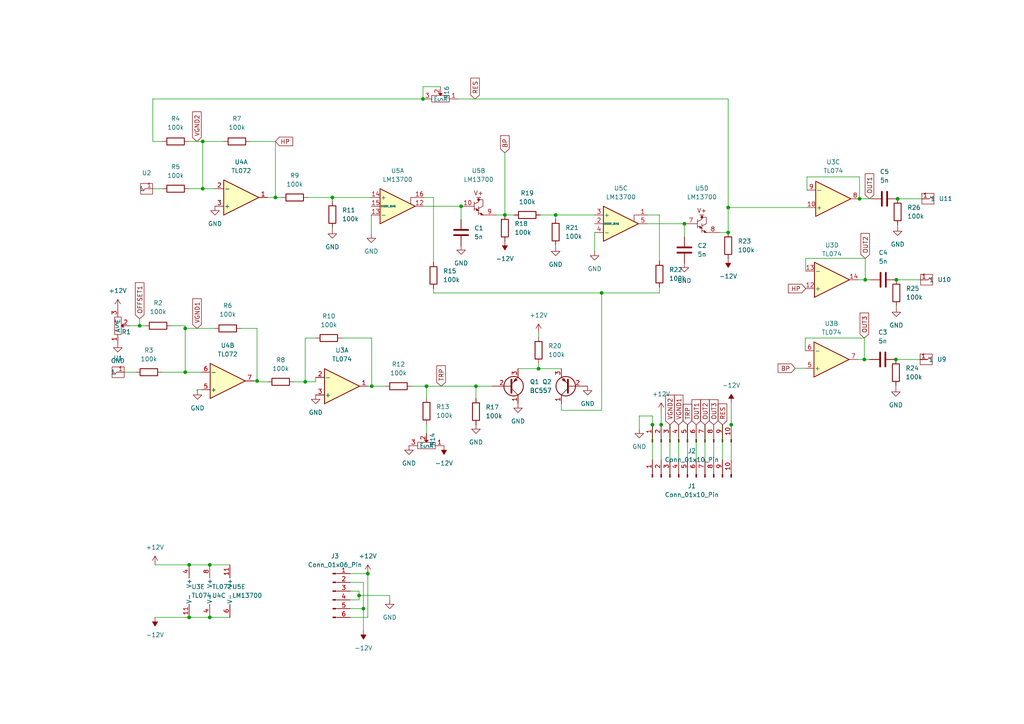
<source format=kicad_sch>
(kicad_sch (version 20230121) (generator eeschema)

  (uuid d6cc6494-bdad-4670-b5b4-2c694da92d9a)

  (paper "A4")

  (lib_symbols
    (symbol "Amplifier_Operational:LM13700" (pin_names (offset 0.127)) (in_bom yes) (on_board yes)
      (property "Reference" "U" (at 3.81 5.08 0)
        (effects (font (size 1.27 1.27)))
      )
      (property "Value" "LM13700" (at 5.08 -5.08 0)
        (effects (font (size 1.27 1.27)))
      )
      (property "Footprint" "" (at -7.62 0.635 0)
        (effects (font (size 1.27 1.27)) hide)
      )
      (property "Datasheet" "http://www.ti.com/lit/ds/symlink/lm13700.pdf" (at -7.62 0.635 0)
        (effects (font (size 1.27 1.27)) hide)
      )
      (property "ki_locked" "" (at 0 0 0)
        (effects (font (size 1.27 1.27)))
      )
      (property "ki_keywords" "operational transconductance amplifier OTA" (at 0 0 0)
        (effects (font (size 1.27 1.27)) hide)
      )
      (property "ki_description" "Dual Operational Transconductance Amplifiers with Linearizing Diodes and Buffers, DIP-16/SOIC-16" (at 0 0 0)
        (effects (font (size 1.27 1.27)) hide)
      )
      (property "ki_fp_filters" "SOIC*3.9x9.9mm*P1.27mm* DIP*W7.62mm*" (at 0 0 0)
        (effects (font (size 1.27 1.27)) hide)
      )
      (symbol "LM13700_1_1"
        (polyline
          (pts
            (xy 3.81 -0.635)
            (xy 3.81 -2.54)
            (xy 5.08 -2.54)
          )
          (stroke (width 0) (type default))
          (fill (type none))
        )
        (polyline
          (pts
            (xy 5.08 0)
            (xy -5.08 -5.08)
            (xy -5.08 5.08)
            (xy 5.08 0)
          )
          (stroke (width 0.254) (type default))
          (fill (type background))
        )
        (pin output line (at 7.62 0 180) (length 2.54)
          (name "~" (effects (font (size 1.27 1.27))))
          (number "12" (effects (font (size 1.27 1.27))))
        )
        (pin input line (at -7.62 2.54 0) (length 2.54)
          (name "-" (effects (font (size 1.27 1.27))))
          (number "13" (effects (font (size 1.27 1.27))))
        )
        (pin input line (at -7.62 -2.54 0) (length 2.54)
          (name "+" (effects (font (size 1.27 1.27))))
          (number "14" (effects (font (size 1.27 1.27))))
        )
        (pin input line (at -7.62 0 0) (length 2.54)
          (name "DIODE_BIAS" (effects (font (size 0.508 0.508))))
          (number "15" (effects (font (size 1.27 1.27))))
        )
        (pin input line (at 7.62 -2.54 180) (length 2.54)
          (name "~" (effects (font (size 1.27 1.27))))
          (number "16" (effects (font (size 1.27 1.27))))
        )
      )
      (symbol "LM13700_2_0"
        (polyline
          (pts
            (xy -1.905 2.54)
            (xy -3.175 2.54)
          )
          (stroke (width 0) (type default))
          (fill (type none))
        )
      )
      (symbol "LM13700_2_1"
        (circle (center -2.54 1.905) (radius 0.254)
          (stroke (width 0.254) (type default))
          (fill (type outline))
        )
        (polyline
          (pts
            (xy -3.81 -0.635)
            (xy -2.54 -1.27)
          )
          (stroke (width 0) (type default))
          (fill (type none))
        )
        (polyline
          (pts
            (xy -3.81 1.27)
            (xy -3.81 -1.27)
          )
          (stroke (width 0) (type default))
          (fill (type none))
        )
        (polyline
          (pts
            (xy -2.54 -1.905)
            (xy -1.27 -2.54)
          )
          (stroke (width 0) (type default))
          (fill (type none))
        )
        (polyline
          (pts
            (xy -2.54 0)
            (xy -2.54 -2.54)
          )
          (stroke (width 0) (type default))
          (fill (type none))
        )
        (polyline
          (pts
            (xy -3.81 0.635)
            (xy -2.54 1.27)
            (xy -2.54 1.905)
            (xy -2.54 2.54)
          )
          (stroke (width 0) (type default))
          (fill (type none))
        )
        (polyline
          (pts
            (xy -2.54 -1.27)
            (xy -3.175 -0.635)
            (xy -3.175 -1.27)
            (xy -2.54 -1.27)
          )
          (stroke (width 0) (type default))
          (fill (type outline))
        )
        (polyline
          (pts
            (xy -2.54 -0.635)
            (xy -1.27 0)
            (xy -1.27 1.905)
            (xy -2.54 1.905)
          )
          (stroke (width 0) (type default))
          (fill (type none))
        )
        (polyline
          (pts
            (xy -1.27 -2.54)
            (xy -1.905 -1.905)
            (xy -1.905 -2.54)
            (xy -1.27 -2.54)
          )
          (stroke (width 0) (type default))
          (fill (type outline))
        )
        (text "V+" (at -2.54 3.81 0)
          (effects (font (size 1.27 1.27)))
        )
        (pin input line (at -7.62 0 0) (length 3.81)
          (name "~" (effects (font (size 1.27 1.27))))
          (number "10" (effects (font (size 1.27 1.27))))
        )
        (pin output line (at 2.54 -2.54 180) (length 3.81)
          (name "~" (effects (font (size 1.27 1.27))))
          (number "9" (effects (font (size 1.27 1.27))))
        )
      )
      (symbol "LM13700_3_1"
        (polyline
          (pts
            (xy 3.81 -0.635)
            (xy 3.81 -2.54)
            (xy 5.08 -2.54)
          )
          (stroke (width 0) (type default))
          (fill (type none))
        )
        (polyline
          (pts
            (xy 5.08 0)
            (xy -5.08 -5.08)
            (xy -5.08 5.08)
            (xy 5.08 0)
          )
          (stroke (width 0.254) (type default))
          (fill (type background))
        )
        (pin input line (at 7.62 -2.54 180) (length 2.54)
          (name "~" (effects (font (size 1.27 1.27))))
          (number "1" (effects (font (size 1.27 1.27))))
        )
        (pin input line (at -7.62 0 0) (length 2.54)
          (name "DIODE_BIAS" (effects (font (size 0.508 0.508))))
          (number "2" (effects (font (size 1.27 1.27))))
        )
        (pin input line (at -7.62 -2.54 0) (length 2.54)
          (name "+" (effects (font (size 1.27 1.27))))
          (number "3" (effects (font (size 1.27 1.27))))
        )
        (pin input line (at -7.62 2.54 0) (length 2.54)
          (name "-" (effects (font (size 1.27 1.27))))
          (number "4" (effects (font (size 1.27 1.27))))
        )
        (pin output line (at 7.62 0 180) (length 2.54)
          (name "~" (effects (font (size 1.27 1.27))))
          (number "5" (effects (font (size 1.27 1.27))))
        )
      )
      (symbol "LM13700_4_0"
        (polyline
          (pts
            (xy -3.175 2.54)
            (xy -1.905 2.54)
          )
          (stroke (width 0) (type default))
          (fill (type none))
        )
        (text "V+" (at -2.54 3.81 0)
          (effects (font (size 1.27 1.27)))
        )
      )
      (symbol "LM13700_4_1"
        (circle (center -2.54 1.905) (radius 0.254)
          (stroke (width 0.254) (type default))
          (fill (type outline))
        )
        (polyline
          (pts
            (xy -3.81 -0.635)
            (xy -2.54 -1.27)
          )
          (stroke (width 0) (type default))
          (fill (type none))
        )
        (polyline
          (pts
            (xy -3.81 1.27)
            (xy -3.81 -1.27)
          )
          (stroke (width 0) (type default))
          (fill (type none))
        )
        (polyline
          (pts
            (xy -2.54 -1.905)
            (xy -1.27 -2.54)
          )
          (stroke (width 0) (type default))
          (fill (type none))
        )
        (polyline
          (pts
            (xy -2.54 0)
            (xy -2.54 -2.54)
          )
          (stroke (width 0) (type default))
          (fill (type none))
        )
        (polyline
          (pts
            (xy -3.81 0.635)
            (xy -2.54 1.27)
            (xy -2.54 2.54)
          )
          (stroke (width 0) (type default))
          (fill (type none))
        )
        (polyline
          (pts
            (xy -2.54 -1.27)
            (xy -3.175 -0.635)
            (xy -3.175 -1.27)
            (xy -2.54 -1.27)
          )
          (stroke (width 0) (type default))
          (fill (type outline))
        )
        (polyline
          (pts
            (xy -2.54 -0.635)
            (xy -1.27 0)
            (xy -1.27 1.905)
            (xy -2.54 1.905)
          )
          (stroke (width 0) (type default))
          (fill (type none))
        )
        (polyline
          (pts
            (xy -1.27 -2.54)
            (xy -1.905 -1.905)
            (xy -1.905 -2.54)
            (xy -1.27 -2.54)
          )
          (stroke (width 0) (type default))
          (fill (type outline))
        )
        (pin input line (at -7.62 0 0) (length 3.81)
          (name "~" (effects (font (size 1.27 1.27))))
          (number "7" (effects (font (size 1.27 1.27))))
        )
        (pin output line (at 2.54 -2.54 180) (length 3.81)
          (name "~" (effects (font (size 1.27 1.27))))
          (number "8" (effects (font (size 1.27 1.27))))
        )
      )
      (symbol "LM13700_5_1"
        (pin power_in line (at -2.54 7.62 270) (length 3.81)
          (name "V+" (effects (font (size 1.27 1.27))))
          (number "11" (effects (font (size 1.27 1.27))))
        )
        (pin power_in line (at -2.54 -7.62 90) (length 3.81)
          (name "V-" (effects (font (size 1.27 1.27))))
          (number "6" (effects (font (size 1.27 1.27))))
        )
      )
    )
    (symbol "Amplifier_Operational:TL072" (pin_names (offset 0.127)) (in_bom yes) (on_board yes)
      (property "Reference" "U" (at 0 5.08 0)
        (effects (font (size 1.27 1.27)) (justify left))
      )
      (property "Value" "TL072" (at 0 -5.08 0)
        (effects (font (size 1.27 1.27)) (justify left))
      )
      (property "Footprint" "" (at 0 0 0)
        (effects (font (size 1.27 1.27)) hide)
      )
      (property "Datasheet" "http://www.ti.com/lit/ds/symlink/tl071.pdf" (at 0 0 0)
        (effects (font (size 1.27 1.27)) hide)
      )
      (property "ki_locked" "" (at 0 0 0)
        (effects (font (size 1.27 1.27)))
      )
      (property "ki_keywords" "dual opamp" (at 0 0 0)
        (effects (font (size 1.27 1.27)) hide)
      )
      (property "ki_description" "Dual Low-Noise JFET-Input Operational Amplifiers, DIP-8/SOIC-8" (at 0 0 0)
        (effects (font (size 1.27 1.27)) hide)
      )
      (property "ki_fp_filters" "SOIC*3.9x4.9mm*P1.27mm* DIP*W7.62mm* TO*99* OnSemi*Micro8* TSSOP*3x3mm*P0.65mm* TSSOP*4.4x3mm*P0.65mm* MSOP*3x3mm*P0.65mm* SSOP*3.9x4.9mm*P0.635mm* LFCSP*2x2mm*P0.5mm* *SIP* SOIC*5.3x6.2mm*P1.27mm*" (at 0 0 0)
        (effects (font (size 1.27 1.27)) hide)
      )
      (symbol "TL072_1_1"
        (polyline
          (pts
            (xy -5.08 5.08)
            (xy 5.08 0)
            (xy -5.08 -5.08)
            (xy -5.08 5.08)
          )
          (stroke (width 0.254) (type default))
          (fill (type background))
        )
        (pin output line (at 7.62 0 180) (length 2.54)
          (name "~" (effects (font (size 1.27 1.27))))
          (number "1" (effects (font (size 1.27 1.27))))
        )
        (pin input line (at -7.62 -2.54 0) (length 2.54)
          (name "-" (effects (font (size 1.27 1.27))))
          (number "2" (effects (font (size 1.27 1.27))))
        )
        (pin input line (at -7.62 2.54 0) (length 2.54)
          (name "+" (effects (font (size 1.27 1.27))))
          (number "3" (effects (font (size 1.27 1.27))))
        )
      )
      (symbol "TL072_2_1"
        (polyline
          (pts
            (xy -5.08 5.08)
            (xy 5.08 0)
            (xy -5.08 -5.08)
            (xy -5.08 5.08)
          )
          (stroke (width 0.254) (type default))
          (fill (type background))
        )
        (pin input line (at -7.62 2.54 0) (length 2.54)
          (name "+" (effects (font (size 1.27 1.27))))
          (number "5" (effects (font (size 1.27 1.27))))
        )
        (pin input line (at -7.62 -2.54 0) (length 2.54)
          (name "-" (effects (font (size 1.27 1.27))))
          (number "6" (effects (font (size 1.27 1.27))))
        )
        (pin output line (at 7.62 0 180) (length 2.54)
          (name "~" (effects (font (size 1.27 1.27))))
          (number "7" (effects (font (size 1.27 1.27))))
        )
      )
      (symbol "TL072_3_1"
        (pin power_in line (at -2.54 -7.62 90) (length 3.81)
          (name "V-" (effects (font (size 1.27 1.27))))
          (number "4" (effects (font (size 1.27 1.27))))
        )
        (pin power_in line (at -2.54 7.62 270) (length 3.81)
          (name "V+" (effects (font (size 1.27 1.27))))
          (number "8" (effects (font (size 1.27 1.27))))
        )
      )
    )
    (symbol "Amplifier_Operational:TL074" (pin_names (offset 0.127)) (in_bom yes) (on_board yes)
      (property "Reference" "U" (at 0 5.08 0)
        (effects (font (size 1.27 1.27)) (justify left))
      )
      (property "Value" "TL074" (at 0 -5.08 0)
        (effects (font (size 1.27 1.27)) (justify left))
      )
      (property "Footprint" "" (at -1.27 2.54 0)
        (effects (font (size 1.27 1.27)) hide)
      )
      (property "Datasheet" "http://www.ti.com/lit/ds/symlink/tl071.pdf" (at 1.27 5.08 0)
        (effects (font (size 1.27 1.27)) hide)
      )
      (property "ki_locked" "" (at 0 0 0)
        (effects (font (size 1.27 1.27)))
      )
      (property "ki_keywords" "quad opamp" (at 0 0 0)
        (effects (font (size 1.27 1.27)) hide)
      )
      (property "ki_description" "Quad Low-Noise JFET-Input Operational Amplifiers, DIP-14/SOIC-14" (at 0 0 0)
        (effects (font (size 1.27 1.27)) hide)
      )
      (property "ki_fp_filters" "SOIC*3.9x8.7mm*P1.27mm* DIP*W7.62mm* TSSOP*4.4x5mm*P0.65mm* SSOP*5.3x6.2mm*P0.65mm* MSOP*3x3mm*P0.5mm*" (at 0 0 0)
        (effects (font (size 1.27 1.27)) hide)
      )
      (symbol "TL074_1_1"
        (polyline
          (pts
            (xy -5.08 5.08)
            (xy 5.08 0)
            (xy -5.08 -5.08)
            (xy -5.08 5.08)
          )
          (stroke (width 0.254) (type default))
          (fill (type background))
        )
        (pin output line (at 7.62 0 180) (length 2.54)
          (name "~" (effects (font (size 1.27 1.27))))
          (number "1" (effects (font (size 1.27 1.27))))
        )
        (pin input line (at -7.62 -2.54 0) (length 2.54)
          (name "-" (effects (font (size 1.27 1.27))))
          (number "2" (effects (font (size 1.27 1.27))))
        )
        (pin input line (at -7.62 2.54 0) (length 2.54)
          (name "+" (effects (font (size 1.27 1.27))))
          (number "3" (effects (font (size 1.27 1.27))))
        )
      )
      (symbol "TL074_2_1"
        (polyline
          (pts
            (xy -5.08 5.08)
            (xy 5.08 0)
            (xy -5.08 -5.08)
            (xy -5.08 5.08)
          )
          (stroke (width 0.254) (type default))
          (fill (type background))
        )
        (pin input line (at -7.62 2.54 0) (length 2.54)
          (name "+" (effects (font (size 1.27 1.27))))
          (number "5" (effects (font (size 1.27 1.27))))
        )
        (pin input line (at -7.62 -2.54 0) (length 2.54)
          (name "-" (effects (font (size 1.27 1.27))))
          (number "6" (effects (font (size 1.27 1.27))))
        )
        (pin output line (at 7.62 0 180) (length 2.54)
          (name "~" (effects (font (size 1.27 1.27))))
          (number "7" (effects (font (size 1.27 1.27))))
        )
      )
      (symbol "TL074_3_1"
        (polyline
          (pts
            (xy -5.08 5.08)
            (xy 5.08 0)
            (xy -5.08 -5.08)
            (xy -5.08 5.08)
          )
          (stroke (width 0.254) (type default))
          (fill (type background))
        )
        (pin input line (at -7.62 2.54 0) (length 2.54)
          (name "+" (effects (font (size 1.27 1.27))))
          (number "10" (effects (font (size 1.27 1.27))))
        )
        (pin output line (at 7.62 0 180) (length 2.54)
          (name "~" (effects (font (size 1.27 1.27))))
          (number "8" (effects (font (size 1.27 1.27))))
        )
        (pin input line (at -7.62 -2.54 0) (length 2.54)
          (name "-" (effects (font (size 1.27 1.27))))
          (number "9" (effects (font (size 1.27 1.27))))
        )
      )
      (symbol "TL074_4_1"
        (polyline
          (pts
            (xy -5.08 5.08)
            (xy 5.08 0)
            (xy -5.08 -5.08)
            (xy -5.08 5.08)
          )
          (stroke (width 0.254) (type default))
          (fill (type background))
        )
        (pin input line (at -7.62 2.54 0) (length 2.54)
          (name "+" (effects (font (size 1.27 1.27))))
          (number "12" (effects (font (size 1.27 1.27))))
        )
        (pin input line (at -7.62 -2.54 0) (length 2.54)
          (name "-" (effects (font (size 1.27 1.27))))
          (number "13" (effects (font (size 1.27 1.27))))
        )
        (pin output line (at 7.62 0 180) (length 2.54)
          (name "~" (effects (font (size 1.27 1.27))))
          (number "14" (effects (font (size 1.27 1.27))))
        )
      )
      (symbol "TL074_5_1"
        (pin power_in line (at -2.54 -7.62 90) (length 3.81)
          (name "V-" (effects (font (size 1.27 1.27))))
          (number "11" (effects (font (size 1.27 1.27))))
        )
        (pin power_in line (at -2.54 7.62 270) (length 3.81)
          (name "V+" (effects (font (size 1.27 1.27))))
          (number "4" (effects (font (size 1.27 1.27))))
        )
      )
    )
    (symbol "Connector:Conn_01x06_Pin" (pin_names (offset 1.016) hide) (in_bom yes) (on_board yes)
      (property "Reference" "J" (at 0 7.62 0)
        (effects (font (size 1.27 1.27)))
      )
      (property "Value" "Conn_01x06_Pin" (at 0 -10.16 0)
        (effects (font (size 1.27 1.27)))
      )
      (property "Footprint" "" (at 0 0 0)
        (effects (font (size 1.27 1.27)) hide)
      )
      (property "Datasheet" "~" (at 0 0 0)
        (effects (font (size 1.27 1.27)) hide)
      )
      (property "ki_locked" "" (at 0 0 0)
        (effects (font (size 1.27 1.27)))
      )
      (property "ki_keywords" "connector" (at 0 0 0)
        (effects (font (size 1.27 1.27)) hide)
      )
      (property "ki_description" "Generic connector, single row, 01x06, script generated" (at 0 0 0)
        (effects (font (size 1.27 1.27)) hide)
      )
      (property "ki_fp_filters" "Connector*:*_1x??_*" (at 0 0 0)
        (effects (font (size 1.27 1.27)) hide)
      )
      (symbol "Conn_01x06_Pin_1_1"
        (polyline
          (pts
            (xy 1.27 -7.62)
            (xy 0.8636 -7.62)
          )
          (stroke (width 0.1524) (type default))
          (fill (type none))
        )
        (polyline
          (pts
            (xy 1.27 -5.08)
            (xy 0.8636 -5.08)
          )
          (stroke (width 0.1524) (type default))
          (fill (type none))
        )
        (polyline
          (pts
            (xy 1.27 -2.54)
            (xy 0.8636 -2.54)
          )
          (stroke (width 0.1524) (type default))
          (fill (type none))
        )
        (polyline
          (pts
            (xy 1.27 0)
            (xy 0.8636 0)
          )
          (stroke (width 0.1524) (type default))
          (fill (type none))
        )
        (polyline
          (pts
            (xy 1.27 2.54)
            (xy 0.8636 2.54)
          )
          (stroke (width 0.1524) (type default))
          (fill (type none))
        )
        (polyline
          (pts
            (xy 1.27 5.08)
            (xy 0.8636 5.08)
          )
          (stroke (width 0.1524) (type default))
          (fill (type none))
        )
        (rectangle (start 0.8636 -7.493) (end 0 -7.747)
          (stroke (width 0.1524) (type default))
          (fill (type outline))
        )
        (rectangle (start 0.8636 -4.953) (end 0 -5.207)
          (stroke (width 0.1524) (type default))
          (fill (type outline))
        )
        (rectangle (start 0.8636 -2.413) (end 0 -2.667)
          (stroke (width 0.1524) (type default))
          (fill (type outline))
        )
        (rectangle (start 0.8636 0.127) (end 0 -0.127)
          (stroke (width 0.1524) (type default))
          (fill (type outline))
        )
        (rectangle (start 0.8636 2.667) (end 0 2.413)
          (stroke (width 0.1524) (type default))
          (fill (type outline))
        )
        (rectangle (start 0.8636 5.207) (end 0 4.953)
          (stroke (width 0.1524) (type default))
          (fill (type outline))
        )
        (pin passive line (at 5.08 5.08 180) (length 3.81)
          (name "Pin_1" (effects (font (size 1.27 1.27))))
          (number "1" (effects (font (size 1.27 1.27))))
        )
        (pin passive line (at 5.08 2.54 180) (length 3.81)
          (name "Pin_2" (effects (font (size 1.27 1.27))))
          (number "2" (effects (font (size 1.27 1.27))))
        )
        (pin passive line (at 5.08 0 180) (length 3.81)
          (name "Pin_3" (effects (font (size 1.27 1.27))))
          (number "3" (effects (font (size 1.27 1.27))))
        )
        (pin passive line (at 5.08 -2.54 180) (length 3.81)
          (name "Pin_4" (effects (font (size 1.27 1.27))))
          (number "4" (effects (font (size 1.27 1.27))))
        )
        (pin passive line (at 5.08 -5.08 180) (length 3.81)
          (name "Pin_5" (effects (font (size 1.27 1.27))))
          (number "5" (effects (font (size 1.27 1.27))))
        )
        (pin passive line (at 5.08 -7.62 180) (length 3.81)
          (name "Pin_6" (effects (font (size 1.27 1.27))))
          (number "6" (effects (font (size 1.27 1.27))))
        )
      )
    )
    (symbol "Connector:Conn_01x10_Pin" (pin_names (offset 1.016) hide) (in_bom yes) (on_board yes)
      (property "Reference" "J" (at 0 12.7 0)
        (effects (font (size 1.27 1.27)))
      )
      (property "Value" "Conn_01x10_Pin" (at 0 -15.24 0)
        (effects (font (size 1.27 1.27)))
      )
      (property "Footprint" "" (at 0 0 0)
        (effects (font (size 1.27 1.27)) hide)
      )
      (property "Datasheet" "~" (at 0 0 0)
        (effects (font (size 1.27 1.27)) hide)
      )
      (property "ki_locked" "" (at 0 0 0)
        (effects (font (size 1.27 1.27)))
      )
      (property "ki_keywords" "connector" (at 0 0 0)
        (effects (font (size 1.27 1.27)) hide)
      )
      (property "ki_description" "Generic connector, single row, 01x10, script generated" (at 0 0 0)
        (effects (font (size 1.27 1.27)) hide)
      )
      (property "ki_fp_filters" "Connector*:*_1x??_*" (at 0 0 0)
        (effects (font (size 1.27 1.27)) hide)
      )
      (symbol "Conn_01x10_Pin_1_1"
        (polyline
          (pts
            (xy 1.27 -12.7)
            (xy 0.8636 -12.7)
          )
          (stroke (width 0.1524) (type default))
          (fill (type none))
        )
        (polyline
          (pts
            (xy 1.27 -10.16)
            (xy 0.8636 -10.16)
          )
          (stroke (width 0.1524) (type default))
          (fill (type none))
        )
        (polyline
          (pts
            (xy 1.27 -7.62)
            (xy 0.8636 -7.62)
          )
          (stroke (width 0.1524) (type default))
          (fill (type none))
        )
        (polyline
          (pts
            (xy 1.27 -5.08)
            (xy 0.8636 -5.08)
          )
          (stroke (width 0.1524) (type default))
          (fill (type none))
        )
        (polyline
          (pts
            (xy 1.27 -2.54)
            (xy 0.8636 -2.54)
          )
          (stroke (width 0.1524) (type default))
          (fill (type none))
        )
        (polyline
          (pts
            (xy 1.27 0)
            (xy 0.8636 0)
          )
          (stroke (width 0.1524) (type default))
          (fill (type none))
        )
        (polyline
          (pts
            (xy 1.27 2.54)
            (xy 0.8636 2.54)
          )
          (stroke (width 0.1524) (type default))
          (fill (type none))
        )
        (polyline
          (pts
            (xy 1.27 5.08)
            (xy 0.8636 5.08)
          )
          (stroke (width 0.1524) (type default))
          (fill (type none))
        )
        (polyline
          (pts
            (xy 1.27 7.62)
            (xy 0.8636 7.62)
          )
          (stroke (width 0.1524) (type default))
          (fill (type none))
        )
        (polyline
          (pts
            (xy 1.27 10.16)
            (xy 0.8636 10.16)
          )
          (stroke (width 0.1524) (type default))
          (fill (type none))
        )
        (rectangle (start 0.8636 -12.573) (end 0 -12.827)
          (stroke (width 0.1524) (type default))
          (fill (type outline))
        )
        (rectangle (start 0.8636 -10.033) (end 0 -10.287)
          (stroke (width 0.1524) (type default))
          (fill (type outline))
        )
        (rectangle (start 0.8636 -7.493) (end 0 -7.747)
          (stroke (width 0.1524) (type default))
          (fill (type outline))
        )
        (rectangle (start 0.8636 -4.953) (end 0 -5.207)
          (stroke (width 0.1524) (type default))
          (fill (type outline))
        )
        (rectangle (start 0.8636 -2.413) (end 0 -2.667)
          (stroke (width 0.1524) (type default))
          (fill (type outline))
        )
        (rectangle (start 0.8636 0.127) (end 0 -0.127)
          (stroke (width 0.1524) (type default))
          (fill (type outline))
        )
        (rectangle (start 0.8636 2.667) (end 0 2.413)
          (stroke (width 0.1524) (type default))
          (fill (type outline))
        )
        (rectangle (start 0.8636 5.207) (end 0 4.953)
          (stroke (width 0.1524) (type default))
          (fill (type outline))
        )
        (rectangle (start 0.8636 7.747) (end 0 7.493)
          (stroke (width 0.1524) (type default))
          (fill (type outline))
        )
        (rectangle (start 0.8636 10.287) (end 0 10.033)
          (stroke (width 0.1524) (type default))
          (fill (type outline))
        )
        (pin passive line (at 5.08 10.16 180) (length 3.81)
          (name "Pin_1" (effects (font (size 1.27 1.27))))
          (number "1" (effects (font (size 1.27 1.27))))
        )
        (pin passive line (at 5.08 -12.7 180) (length 3.81)
          (name "Pin_10" (effects (font (size 1.27 1.27))))
          (number "10" (effects (font (size 1.27 1.27))))
        )
        (pin passive line (at 5.08 7.62 180) (length 3.81)
          (name "Pin_2" (effects (font (size 1.27 1.27))))
          (number "2" (effects (font (size 1.27 1.27))))
        )
        (pin passive line (at 5.08 5.08 180) (length 3.81)
          (name "Pin_3" (effects (font (size 1.27 1.27))))
          (number "3" (effects (font (size 1.27 1.27))))
        )
        (pin passive line (at 5.08 2.54 180) (length 3.81)
          (name "Pin_4" (effects (font (size 1.27 1.27))))
          (number "4" (effects (font (size 1.27 1.27))))
        )
        (pin passive line (at 5.08 0 180) (length 3.81)
          (name "Pin_5" (effects (font (size 1.27 1.27))))
          (number "5" (effects (font (size 1.27 1.27))))
        )
        (pin passive line (at 5.08 -2.54 180) (length 3.81)
          (name "Pin_6" (effects (font (size 1.27 1.27))))
          (number "6" (effects (font (size 1.27 1.27))))
        )
        (pin passive line (at 5.08 -5.08 180) (length 3.81)
          (name "Pin_7" (effects (font (size 1.27 1.27))))
          (number "7" (effects (font (size 1.27 1.27))))
        )
        (pin passive line (at 5.08 -7.62 180) (length 3.81)
          (name "Pin_8" (effects (font (size 1.27 1.27))))
          (number "8" (effects (font (size 1.27 1.27))))
        )
        (pin passive line (at 5.08 -10.16 180) (length 3.81)
          (name "Pin_9" (effects (font (size 1.27 1.27))))
          (number "9" (effects (font (size 1.27 1.27))))
        )
      )
    )
    (symbol "Device:C" (pin_numbers hide) (pin_names (offset 0.254)) (in_bom yes) (on_board yes)
      (property "Reference" "C" (at 0.635 2.54 0)
        (effects (font (size 1.27 1.27)) (justify left))
      )
      (property "Value" "C" (at 0.635 -2.54 0)
        (effects (font (size 1.27 1.27)) (justify left))
      )
      (property "Footprint" "" (at 0.9652 -3.81 0)
        (effects (font (size 1.27 1.27)) hide)
      )
      (property "Datasheet" "~" (at 0 0 0)
        (effects (font (size 1.27 1.27)) hide)
      )
      (property "ki_keywords" "cap capacitor" (at 0 0 0)
        (effects (font (size 1.27 1.27)) hide)
      )
      (property "ki_description" "Unpolarized capacitor" (at 0 0 0)
        (effects (font (size 1.27 1.27)) hide)
      )
      (property "ki_fp_filters" "C_*" (at 0 0 0)
        (effects (font (size 1.27 1.27)) hide)
      )
      (symbol "C_0_1"
        (polyline
          (pts
            (xy -2.032 -0.762)
            (xy 2.032 -0.762)
          )
          (stroke (width 0.508) (type default))
          (fill (type none))
        )
        (polyline
          (pts
            (xy -2.032 0.762)
            (xy 2.032 0.762)
          )
          (stroke (width 0.508) (type default))
          (fill (type none))
        )
      )
      (symbol "C_1_1"
        (pin passive line (at 0 3.81 270) (length 2.794)
          (name "~" (effects (font (size 1.27 1.27))))
          (number "1" (effects (font (size 1.27 1.27))))
        )
        (pin passive line (at 0 -3.81 90) (length 2.794)
          (name "~" (effects (font (size 1.27 1.27))))
          (number "2" (effects (font (size 1.27 1.27))))
        )
      )
    )
    (symbol "Device:R" (pin_numbers hide) (pin_names (offset 0)) (in_bom yes) (on_board yes)
      (property "Reference" "R" (at 2.032 0 90)
        (effects (font (size 1.27 1.27)))
      )
      (property "Value" "R" (at 0 0 90)
        (effects (font (size 1.27 1.27)))
      )
      (property "Footprint" "" (at -1.778 0 90)
        (effects (font (size 1.27 1.27)) hide)
      )
      (property "Datasheet" "~" (at 0 0 0)
        (effects (font (size 1.27 1.27)) hide)
      )
      (property "ki_keywords" "R res resistor" (at 0 0 0)
        (effects (font (size 1.27 1.27)) hide)
      )
      (property "ki_description" "Resistor" (at 0 0 0)
        (effects (font (size 1.27 1.27)) hide)
      )
      (property "ki_fp_filters" "R_*" (at 0 0 0)
        (effects (font (size 1.27 1.27)) hide)
      )
      (symbol "R_0_1"
        (rectangle (start -1.016 -2.54) (end 1.016 2.54)
          (stroke (width 0.254) (type default))
          (fill (type none))
        )
      )
      (symbol "R_1_1"
        (pin passive line (at 0 3.81 270) (length 1.27)
          (name "~" (effects (font (size 1.27 1.27))))
          (number "1" (effects (font (size 1.27 1.27))))
        )
        (pin passive line (at 0 -3.81 90) (length 1.27)
          (name "~" (effects (font (size 1.27 1.27))))
          (number "2" (effects (font (size 1.27 1.27))))
        )
      )
    )
    (symbol "HEJ:AlpsPot" (in_bom yes) (on_board yes)
      (property "Reference" "R" (at -6.35 2.54 0)
        (effects (font (size 1.27 1.27)))
      )
      (property "Value" "AlpsPot" (at -3.81 13.97 0)
        (effects (font (size 1.27 1.27)) hide)
      )
      (property "Footprint" "pretties:AlpsPot" (at -2.54 11.43 0)
        (effects (font (size 1.27 1.27)) hide)
      )
      (property "Datasheet" "" (at -2.54 11.43 0)
        (effects (font (size 1.27 1.27)) hide)
      )
      (symbol "AlpsPot_0_1"
        (rectangle (start -4.445 3.81) (end -2.54 -1.27)
          (stroke (width 0) (type default))
          (fill (type none))
        )
        (polyline
          (pts
            (xy -2.54 1.27)
            (xy -1.9454 1.8617)
            (xy -1.9454 0.7452)
            (xy -2.54 1.27)
            (xy -2.0208 0.9713)
            (xy -2.0543 1.6216)
            (xy -2.3418 1.2923)
            (xy -2.1548 1.1611)
            (xy -2.1548 1.3844)
            (xy -2.54 1.27)
          )
          (stroke (width 0) (type default))
          (fill (type none))
        )
      )
      (symbol "AlpsPot_1_1"
        (pin passive line (at -3.556 -3.81 90) (length 2.54)
          (name "A" (effects (font (size 1.27 1.27))))
          (number "1" (effects (font (size 1.27 1.27))))
        )
        (pin passive line (at 0 1.27 180) (length 2.54)
          (name "S" (effects (font (size 1.27 1.27))))
          (number "2" (effects (font (size 1.27 1.27))))
        )
        (pin passive line (at -3.556 6.35 270) (length 2.54)
          (name "E" (effects (font (size 1.27 1.27))))
          (number "3" (effects (font (size 1.27 1.27))))
        )
        (pin no_connect line (at -11.684 0 270) (length 2.54) hide
          (name "NC" (effects (font (size 1.27 1.27))))
          (number "4" (effects (font (size 1.27 1.27))))
        )
        (pin no_connect line (at -13.716 0 270) (length 2.54) hide
          (name "NC" (effects (font (size 1.27 1.27))))
          (number "5" (effects (font (size 1.27 1.27))))
        )
        (pin no_connect line (at -16.002 0 270) (length 2.54) hide
          (name "NC" (effects (font (size 1.27 1.27))))
          (number "6" (effects (font (size 1.27 1.27))))
        )
      )
    )
    (symbol "HEJ:Aux_flush" (in_bom yes) (on_board yes)
      (property "Reference" "U" (at -0.0508 5.3848 0)
        (effects (font (size 1.27 1.27)))
      )
      (property "Value" "Aux_flush" (at 0 3.5052 0)
        (effects (font (size 1.27 1.27)) hide)
      )
      (property "Footprint" "" (at 0 0 0)
        (effects (font (size 1.27 1.27)) hide)
      )
      (property "Datasheet" "" (at 0 0 0)
        (effects (font (size 1.27 1.27)) hide)
      )
      (symbol "Aux_flush_0_1"
        (rectangle (start -1.778 1.524) (end 1.7272 -1.5748)
          (stroke (width 0) (type default))
          (fill (type none))
        )
        (polyline
          (pts
            (xy -1.2192 0.0508)
            (xy -0.8636 -0.6604)
            (xy -0.5588 0)
            (xy 1.6764 0)
          )
          (stroke (width 0) (type default))
          (fill (type none))
        )
      )
      (symbol "Aux_flush_1_1"
        (pin bidirectional line (at 1.7272 0 180) (length 2)
          (name "1" (effects (font (size 1.27 1.27))))
          (number "1" (effects (font (size 1.27 1.27))))
        )
      )
    )
    (symbol "Transistor_BJT:BC557" (pin_names (offset 0) hide) (in_bom yes) (on_board yes)
      (property "Reference" "Q" (at 5.08 1.905 0)
        (effects (font (size 1.27 1.27)) (justify left))
      )
      (property "Value" "BC557" (at 5.08 0 0)
        (effects (font (size 1.27 1.27)) (justify left))
      )
      (property "Footprint" "Package_TO_SOT_THT:TO-92_Inline" (at 5.08 -1.905 0)
        (effects (font (size 1.27 1.27) italic) (justify left) hide)
      )
      (property "Datasheet" "https://www.onsemi.com/pub/Collateral/BC556BTA-D.pdf" (at 0 0 0)
        (effects (font (size 1.27 1.27)) (justify left) hide)
      )
      (property "ki_keywords" "PNP Transistor" (at 0 0 0)
        (effects (font (size 1.27 1.27)) hide)
      )
      (property "ki_description" "0.1A Ic, 45V Vce, PNP Small Signal Transistor, TO-92" (at 0 0 0)
        (effects (font (size 1.27 1.27)) hide)
      )
      (property "ki_fp_filters" "TO?92*" (at 0 0 0)
        (effects (font (size 1.27 1.27)) hide)
      )
      (symbol "BC557_0_1"
        (polyline
          (pts
            (xy 0.635 0.635)
            (xy 2.54 2.54)
          )
          (stroke (width 0) (type default))
          (fill (type none))
        )
        (polyline
          (pts
            (xy 0.635 -0.635)
            (xy 2.54 -2.54)
            (xy 2.54 -2.54)
          )
          (stroke (width 0) (type default))
          (fill (type none))
        )
        (polyline
          (pts
            (xy 0.635 1.905)
            (xy 0.635 -1.905)
            (xy 0.635 -1.905)
          )
          (stroke (width 0.508) (type default))
          (fill (type none))
        )
        (polyline
          (pts
            (xy 2.286 -1.778)
            (xy 1.778 -2.286)
            (xy 1.27 -1.27)
            (xy 2.286 -1.778)
            (xy 2.286 -1.778)
          )
          (stroke (width 0) (type default))
          (fill (type outline))
        )
        (circle (center 1.27 0) (radius 2.8194)
          (stroke (width 0.254) (type default))
          (fill (type none))
        )
      )
      (symbol "BC557_1_1"
        (pin passive line (at 2.54 5.08 270) (length 2.54)
          (name "C" (effects (font (size 1.27 1.27))))
          (number "1" (effects (font (size 1.27 1.27))))
        )
        (pin input line (at -5.08 0 0) (length 5.715)
          (name "B" (effects (font (size 1.27 1.27))))
          (number "2" (effects (font (size 1.27 1.27))))
        )
        (pin passive line (at 2.54 -5.08 90) (length 2.54)
          (name "E" (effects (font (size 1.27 1.27))))
          (number "3" (effects (font (size 1.27 1.27))))
        )
      )
    )
    (symbol "power:+12V" (power) (pin_names (offset 0)) (in_bom yes) (on_board yes)
      (property "Reference" "#PWR" (at 0 -3.81 0)
        (effects (font (size 1.27 1.27)) hide)
      )
      (property "Value" "+12V" (at 0 3.556 0)
        (effects (font (size 1.27 1.27)))
      )
      (property "Footprint" "" (at 0 0 0)
        (effects (font (size 1.27 1.27)) hide)
      )
      (property "Datasheet" "" (at 0 0 0)
        (effects (font (size 1.27 1.27)) hide)
      )
      (property "ki_keywords" "power-flag" (at 0 0 0)
        (effects (font (size 1.27 1.27)) hide)
      )
      (property "ki_description" "Power symbol creates a global label with name \"+12V\"" (at 0 0 0)
        (effects (font (size 1.27 1.27)) hide)
      )
      (symbol "+12V_0_1"
        (polyline
          (pts
            (xy -0.762 1.27)
            (xy 0 2.54)
          )
          (stroke (width 0) (type default))
          (fill (type none))
        )
        (polyline
          (pts
            (xy 0 0)
            (xy 0 2.54)
          )
          (stroke (width 0) (type default))
          (fill (type none))
        )
        (polyline
          (pts
            (xy 0 2.54)
            (xy 0.762 1.27)
          )
          (stroke (width 0) (type default))
          (fill (type none))
        )
      )
      (symbol "+12V_1_1"
        (pin power_in line (at 0 0 90) (length 0) hide
          (name "+12V" (effects (font (size 1.27 1.27))))
          (number "1" (effects (font (size 1.27 1.27))))
        )
      )
    )
    (symbol "power:-12V" (power) (pin_names (offset 0)) (in_bom yes) (on_board yes)
      (property "Reference" "#PWR" (at 0 2.54 0)
        (effects (font (size 1.27 1.27)) hide)
      )
      (property "Value" "-12V" (at 0 3.81 0)
        (effects (font (size 1.27 1.27)))
      )
      (property "Footprint" "" (at 0 0 0)
        (effects (font (size 1.27 1.27)) hide)
      )
      (property "Datasheet" "" (at 0 0 0)
        (effects (font (size 1.27 1.27)) hide)
      )
      (property "ki_keywords" "power-flag" (at 0 0 0)
        (effects (font (size 1.27 1.27)) hide)
      )
      (property "ki_description" "Power symbol creates a global label with name \"-12V\"" (at 0 0 0)
        (effects (font (size 1.27 1.27)) hide)
      )
      (symbol "-12V_0_0"
        (pin power_in line (at 0 0 90) (length 0) hide
          (name "-12V" (effects (font (size 1.27 1.27))))
          (number "1" (effects (font (size 1.27 1.27))))
        )
      )
      (symbol "-12V_0_1"
        (polyline
          (pts
            (xy 0 0)
            (xy 0 1.27)
            (xy 0.762 1.27)
            (xy 0 2.54)
            (xy -0.762 1.27)
            (xy 0 1.27)
          )
          (stroke (width 0) (type default))
          (fill (type outline))
        )
      )
    )
    (symbol "power:GND" (power) (pin_names (offset 0)) (in_bom yes) (on_board yes)
      (property "Reference" "#PWR" (at 0 -6.35 0)
        (effects (font (size 1.27 1.27)) hide)
      )
      (property "Value" "GND" (at 0 -3.81 0)
        (effects (font (size 1.27 1.27)))
      )
      (property "Footprint" "" (at 0 0 0)
        (effects (font (size 1.27 1.27)) hide)
      )
      (property "Datasheet" "" (at 0 0 0)
        (effects (font (size 1.27 1.27)) hide)
      )
      (property "ki_keywords" "power-flag" (at 0 0 0)
        (effects (font (size 1.27 1.27)) hide)
      )
      (property "ki_description" "Power symbol creates a global label with name \"GND\" , ground" (at 0 0 0)
        (effects (font (size 1.27 1.27)) hide)
      )
      (symbol "GND_0_1"
        (polyline
          (pts
            (xy 0 0)
            (xy 0 -1.27)
            (xy 1.27 -1.27)
            (xy 0 -2.54)
            (xy -1.27 -1.27)
            (xy 0 -1.27)
          )
          (stroke (width 0) (type default))
          (fill (type none))
        )
      )
      (symbol "GND_1_1"
        (pin power_in line (at 0 0 270) (length 0) hide
          (name "GND" (effects (font (size 1.27 1.27))))
          (number "1" (effects (font (size 1.27 1.27))))
        )
      )
    )
  )

  (junction (at 198.501 64.897) (diameter 0) (color 0 0 0 0)
    (uuid 07485c8e-e288-4b61-9797-fb0eab78cc57)
  )
  (junction (at 74.549 110.49) (diameter 0) (color 0 0 0 0)
    (uuid 20cb7de9-8f73-44f1-8cd8-46384ec22c45)
  )
  (junction (at 138.049 112.014) (diameter 0) (color 0 0 0 0)
    (uuid 23ea269f-3d6b-4e14-bd80-cc96e58f8938)
  )
  (junction (at 60.833 163.83) (diameter 0) (color 0 0 0 0)
    (uuid 294b244d-fc95-4734-8f05-9c8eb813e77c)
  )
  (junction (at 53.721 107.95) (diameter 0) (color 0 0 0 0)
    (uuid 2cf11c4f-698e-41e5-9b2d-aa5a521e4ea6)
  )
  (junction (at 58.801 41.021) (diameter 0) (color 0 0 0 0)
    (uuid 31eccee9-e31e-48e8-b128-074e7566d74c)
  )
  (junction (at 211.201 67.437) (diameter 0) (color 0 0 0 0)
    (uuid 359c152f-06ff-415c-ae4b-0fffb2fc3271)
  )
  (junction (at 54.864 163.83) (diameter 0) (color 0 0 0 0)
    (uuid 3e0f2fab-267d-4ef2-90e0-591b788c2612)
  )
  (junction (at 58.801 54.737) (diameter 0) (color 0 0 0 0)
    (uuid 4211f238-5da3-4679-93b7-1f65c7980a26)
  )
  (junction (at 260.35 57.658) (diameter 0) (color 0 0 0 0)
    (uuid 4bf9703b-eb84-452a-b3d6-081a811183a0)
  )
  (junction (at 250.698 104.267) (diameter 0) (color 0 0 0 0)
    (uuid 4e9b315a-dbb5-477f-8466-dac20e882b53)
  )
  (junction (at 88.519 110.744) (diameter 0) (color 0 0 0 0)
    (uuid 5c84b96c-3779-4d89-8b6c-2acef228fc8a)
  )
  (junction (at 122.682 28.702) (diameter 0) (color 0 0 0 0)
    (uuid 62477bf9-dd78-4ed8-81b8-bfc8f1901f78)
  )
  (junction (at 161.163 62.357) (diameter 0) (color 0 0 0 0)
    (uuid 69284a20-7025-4a1e-96f7-0b77aa342dc2)
  )
  (junction (at 146.431 62.357) (diameter 0) (color 0 0 0 0)
    (uuid 6ba8a713-111e-418a-a64f-409838ac891f)
  )
  (junction (at 259.969 81.153) (diameter 0) (color 0 0 0 0)
    (uuid 716ed1db-7664-4e22-8af6-dd515997ad00)
  )
  (junction (at 191.77 123.19) (diameter 0) (color 0 0 0 0)
    (uuid 7398426c-05d9-463d-9f8c-1a93755896a2)
  )
  (junction (at 174.498 84.963) (diameter 0) (color 0 0 0 0)
    (uuid 79f6585c-2e21-44ad-8b00-5354627e852b)
  )
  (junction (at 96.393 57.277) (diameter 0) (color 0 0 0 0)
    (uuid 814c0c00-78fe-4bb3-bb9e-a4b1ccaf2d49)
  )
  (junction (at 212.09 123.19) (diameter 0) (color 0 0 0 0)
    (uuid 86644efe-51ad-4d86-abb8-544b603e10ec)
  )
  (junction (at 104.14 172.72) (diameter 0) (color 0 0 0 0)
    (uuid 90f4e177-7944-447d-823d-daef735e4221)
  )
  (junction (at 259.842 104.267) (diameter 0) (color 0 0 0 0)
    (uuid 96b909fc-b6b7-4a3e-aa7b-19d12e8956ea)
  )
  (junction (at 107.823 112.014) (diameter 0) (color 0 0 0 0)
    (uuid 9a45d337-6b0f-42bd-b8c7-70f37f2dcfc8)
  )
  (junction (at 60.833 179.07) (diameter 0) (color 0 0 0 0)
    (uuid a792d501-93b9-490e-b3a4-f3e06743486b)
  )
  (junction (at 53.721 95.25) (diameter 0) (color 0 0 0 0)
    (uuid b5b65641-15d4-4e96-b42d-1b43d9b14de0)
  )
  (junction (at 105.41 176.53) (diameter 0) (color 0 0 0 0)
    (uuid b8d2adca-931b-4109-84b8-98b10666846d)
  )
  (junction (at 106.68 166.37) (diameter 0) (color 0 0 0 0)
    (uuid b9f641f7-ddb7-4569-8af7-002856589f36)
  )
  (junction (at 40.513 94.488) (diameter 0) (color 0 0 0 0)
    (uuid bdb597f3-50d6-42e2-a31d-c5b483cd89a9)
  )
  (junction (at 54.864 179.07) (diameter 0) (color 0 0 0 0)
    (uuid c065b2d8-6b5f-4828-b629-2bd9674e7ae8)
  )
  (junction (at 250.952 81.153) (diameter 0) (color 0 0 0 0)
    (uuid c0921d15-e61d-4167-915b-ac7080feecd1)
  )
  (junction (at 156.21 106.934) (diameter 0) (color 0 0 0 0)
    (uuid cfd3481f-7fd7-4f11-a89f-8c9abf694a2b)
  )
  (junction (at 79.883 57.277) (diameter 0) (color 0 0 0 0)
    (uuid d9282709-d1c2-4852-afea-7cf6a8afddd2)
  )
  (junction (at 249.301 57.658) (diameter 0) (color 0 0 0 0)
    (uuid db136a19-c035-41b9-aa76-33e989d23200)
  )
  (junction (at 133.731 59.817) (diameter 0) (color 0 0 0 0)
    (uuid de048b7c-6624-4111-ba21-e244c024dab8)
  )
  (junction (at 123.698 112.014) (diameter 0) (color 0 0 0 0)
    (uuid e035fe96-aae4-4fa1-8bf1-b58a454998b4)
  )
  (junction (at 211.201 60.198) (diameter 0) (color 0 0 0 0)
    (uuid f5632ea4-0175-471e-bafb-fd4d50b7c1d0)
  )
  (junction (at 189.23 123.19) (diameter 0) (color 0 0 0 0)
    (uuid f881fe47-c717-4bc0-91d4-eb8a218d0fd8)
  )

  (wire (pts (xy 249.301 51.308) (xy 249.301 57.658))
    (stroke (width 0) (type default))
    (uuid 02752b12-a0e7-4bfc-85c4-240b9e64ef23)
  )
  (wire (pts (xy 259.842 104.267) (xy 266.8778 104.267))
    (stroke (width 0) (type default))
    (uuid 035946aa-d6b1-413b-b34a-f396f05d5a92)
  )
  (wire (pts (xy 211.201 60.198) (xy 211.201 28.702))
    (stroke (width 0) (type default))
    (uuid 04b44484-d589-4c6d-9675-493af6638b61)
  )
  (wire (pts (xy 234.061 51.308) (xy 249.301 51.308))
    (stroke (width 0) (type default))
    (uuid 05e2c5f6-7956-4a49-9ed8-59aede367e98)
  )
  (wire (pts (xy 191.262 62.357) (xy 187.706 62.357))
    (stroke (width 0) (type default))
    (uuid 05ece6a0-3ef2-4536-beab-51642d92dab8)
  )
  (wire (pts (xy 233.68 78.613) (xy 233.68 74.93))
    (stroke (width 0) (type default))
    (uuid 09789b39-4c5f-48d8-9411-4896074fbae0)
  )
  (wire (pts (xy 189.23 120.65) (xy 189.23 123.19))
    (stroke (width 0) (type default))
    (uuid 0afbedb2-3692-4018-93e1-662fa4b0cada)
  )
  (wire (pts (xy 198.501 64.897) (xy 198.501 68.707))
    (stroke (width 0) (type default))
    (uuid 0c18abde-adfd-426e-8dac-a626c5e3f7eb)
  )
  (wire (pts (xy 44.958 163.83) (xy 54.864 163.83))
    (stroke (width 0) (type default))
    (uuid 0e4db075-44bf-4f43-9afd-1f2766861f53)
  )
  (wire (pts (xy 40.513 92.456) (xy 40.513 94.488))
    (stroke (width 0) (type default))
    (uuid 0ff5dd0e-5673-44a0-8bd7-7b46d59318d9)
  )
  (wire (pts (xy 125.73 84.963) (xy 174.498 84.963))
    (stroke (width 0) (type default))
    (uuid 10d4162a-dd9d-49c8-ba6f-fb168d307cdb)
  )
  (wire (pts (xy 40.513 94.488) (xy 42.037 94.488))
    (stroke (width 0) (type default))
    (uuid 123d5fa7-ad00-4bc9-8497-9572fdcba7bc)
  )
  (wire (pts (xy 199.39 123.19) (xy 199.39 133.35))
    (stroke (width 0) (type default))
    (uuid 159d0ee6-84e5-4323-b488-be35fa35ff06)
  )
  (wire (pts (xy 96.393 57.277) (xy 96.393 58.42))
    (stroke (width 0) (type default))
    (uuid 165964ea-bc2f-4afb-b71b-9cd6b87ea1c3)
  )
  (wire (pts (xy 96.393 66.04) (xy 96.393 66.548))
    (stroke (width 0) (type default))
    (uuid 1b5c409e-bba0-4104-9428-2558fe65bb28)
  )
  (wire (pts (xy 44.323 28.702) (xy 44.323 41.021))
    (stroke (width 0) (type default))
    (uuid 1b7c041e-dfa0-4cc4-a05b-919c20863021)
  )
  (wire (pts (xy 123.698 112.014) (xy 123.698 115.443))
    (stroke (width 0) (type default))
    (uuid 1cc744d0-dc92-4140-b0f1-4e7e816b86b3)
  )
  (wire (pts (xy 156.718 62.357) (xy 161.163 62.357))
    (stroke (width 0) (type default))
    (uuid 1e26b4a0-6c4a-4eee-aec4-803dd68b0c89)
  )
  (wire (pts (xy 58.801 54.737) (xy 62.357 54.737))
    (stroke (width 0) (type default))
    (uuid 1f3bcdf1-66df-4532-9774-e91fd72fc6eb)
  )
  (wire (pts (xy 54.737 54.737) (xy 58.801 54.737))
    (stroke (width 0) (type default))
    (uuid 21188dfa-ce11-4763-b7ba-9286f18baeb1)
  )
  (wire (pts (xy 123.698 123.063) (xy 123.698 125.73))
    (stroke (width 0) (type default))
    (uuid 22ddcb1e-7843-4318-916e-6417f9148b9c)
  )
  (wire (pts (xy 74.549 110.49) (xy 74.549 95.25))
    (stroke (width 0) (type default))
    (uuid 251428f8-3946-4b16-b852-9029cd9cfbca)
  )
  (wire (pts (xy 36.0172 107.95) (xy 39.37 107.95))
    (stroke (width 0) (type default))
    (uuid 2631b77a-0a82-474d-9ee7-ffdea8cb2739)
  )
  (wire (pts (xy 174.498 84.963) (xy 191.262 84.963))
    (stroke (width 0) (type default))
    (uuid 2a32c520-d8f6-4e64-8485-daf5b2a44d00)
  )
  (wire (pts (xy 209.55 123.19) (xy 209.55 133.35))
    (stroke (width 0) (type default))
    (uuid 2aaf8ad8-7c1e-4ed3-a8ce-1fd0f6898369)
  )
  (wire (pts (xy 123.698 112.014) (xy 138.049 112.014))
    (stroke (width 0) (type default))
    (uuid 2c40590d-8fa8-42e5-8cc4-968a7c8b7db5)
  )
  (wire (pts (xy 191.77 123.19) (xy 191.77 133.35))
    (stroke (width 0) (type default))
    (uuid 302d868d-e977-474d-9705-7bf5641a1b55)
  )
  (wire (pts (xy 46.99 107.95) (xy 53.721 107.95))
    (stroke (width 0) (type default))
    (uuid 320cfb91-b1db-4e15-8124-73de49e4f100)
  )
  (wire (pts (xy 105.41 176.53) (xy 105.41 168.91))
    (stroke (width 0) (type default))
    (uuid 36a4ab5c-cc1c-439a-8949-8d2fdbfaa4b3)
  )
  (wire (pts (xy 189.23 123.19) (xy 189.23 133.35))
    (stroke (width 0) (type default))
    (uuid 378806f6-f388-4d7c-856b-b285f55c7588)
  )
  (wire (pts (xy 204.47 123.19) (xy 204.47 133.35))
    (stroke (width 0) (type default))
    (uuid 394cfba1-9349-4931-80c7-1685931b7052)
  )
  (wire (pts (xy 233.68 74.93) (xy 250.952 74.93))
    (stroke (width 0) (type default))
    (uuid 39aa3461-eb94-4d23-96ae-cf85d781971d)
  )
  (wire (pts (xy 85.217 110.744) (xy 88.519 110.744))
    (stroke (width 0) (type default))
    (uuid 3aa37864-3de0-467c-9101-1281a2b255aa)
  )
  (wire (pts (xy 250.698 98.044) (xy 250.698 104.267))
    (stroke (width 0) (type default))
    (uuid 3b53d037-f6a5-42b0-9c17-855d3b3d6114)
  )
  (wire (pts (xy 122.682 28.702) (xy 44.323 28.702))
    (stroke (width 0) (type default))
    (uuid 3c046a45-bf06-4218-ab40-3807f153494e)
  )
  (wire (pts (xy 161.163 71.12) (xy 161.163 71.628))
    (stroke (width 0) (type default))
    (uuid 3c36a76a-0806-41b4-bc03-5c16ce8fbbb0)
  )
  (wire (pts (xy 105.41 176.53) (xy 105.41 182.88))
    (stroke (width 0) (type default))
    (uuid 3dedb70f-6f3c-4bb7-a6c8-083a143da223)
  )
  (wire (pts (xy 143.891 62.357) (xy 146.431 62.357))
    (stroke (width 0) (type default))
    (uuid 4145d91f-02ff-41c6-9dd1-4d5f63ebaca3)
  )
  (wire (pts (xy 101.6 166.37) (xy 106.68 166.37))
    (stroke (width 0) (type default))
    (uuid 4289caab-1a15-428b-8d4f-9da175592b51)
  )
  (wire (pts (xy 89.281 57.277) (xy 96.393 57.277))
    (stroke (width 0) (type default))
    (uuid 42ac8573-86ab-492a-b97f-93afb588a426)
  )
  (wire (pts (xy 119.38 112.014) (xy 123.698 112.014))
    (stroke (width 0) (type default))
    (uuid 4321fdab-12f4-4bb9-afd3-445a549b6330)
  )
  (wire (pts (xy 101.6 171.45) (xy 104.14 171.45))
    (stroke (width 0) (type default))
    (uuid 434213b8-e8eb-4422-aad2-93c439cdda8c)
  )
  (wire (pts (xy 133.731 59.817) (xy 133.731 63.627))
    (stroke (width 0) (type default))
    (uuid 46f5345d-2512-4dfc-a4c8-eb077d61c653)
  )
  (wire (pts (xy 230.632 106.807) (xy 233.553 106.807))
    (stroke (width 0) (type default))
    (uuid 47cee7c3-fb2f-4e53-915d-7a2975a1b005)
  )
  (wire (pts (xy 111.76 112.014) (xy 107.823 112.014))
    (stroke (width 0) (type default))
    (uuid 4aaa11af-7153-4b4a-8dee-7f863c0d86bb)
  )
  (wire (pts (xy 162.814 118.999) (xy 174.498 118.999))
    (stroke (width 0) (type default))
    (uuid 4d4c03e6-e3e6-4405-96b3-a9ca41348ca2)
  )
  (wire (pts (xy 161.163 62.357) (xy 161.163 63.5))
    (stroke (width 0) (type default))
    (uuid 5552cdc1-2202-409a-b12b-5a13ac3c3844)
  )
  (wire (pts (xy 207.01 123.19) (xy 207.01 133.35))
    (stroke (width 0) (type default))
    (uuid 56a8ad4f-7af9-4152-a862-9c4b716f8b86)
  )
  (wire (pts (xy 57.15 113.03) (xy 57.15 113.284))
    (stroke (width 0) (type default))
    (uuid 5928b83f-5e89-4365-88de-d1fecb10c5bb)
  )
  (wire (pts (xy 44.323 41.021) (xy 47.117 41.021))
    (stroke (width 0) (type default))
    (uuid 5c5cabdb-3ad3-48a1-9e09-d92f527ce1cd)
  )
  (wire (pts (xy 150.241 106.934) (xy 156.21 106.934))
    (stroke (width 0) (type default))
    (uuid 5c61525a-9b4e-4778-9f66-197b3759c6f5)
  )
  (wire (pts (xy 96.393 57.277) (xy 107.696 57.277))
    (stroke (width 0) (type default))
    (uuid 5e304c26-0ba2-45df-aad3-c979c0cfd650)
  )
  (wire (pts (xy 122.682 25.146) (xy 122.682 28.702))
    (stroke (width 0) (type default))
    (uuid 68303ca9-ff31-4e78-a7e3-0c05bc1ffd1f)
  )
  (wire (pts (xy 106.68 179.07) (xy 101.6 179.07))
    (stroke (width 0) (type default))
    (uuid 6a6d711b-ff71-4c85-8751-db7cc3f9c439)
  )
  (wire (pts (xy 187.706 64.897) (xy 198.501 64.897))
    (stroke (width 0) (type default))
    (uuid 6cb0efd7-3102-4905-b252-edbfadca52e3)
  )
  (wire (pts (xy 250.952 81.153) (xy 252.349 81.153))
    (stroke (width 0) (type default))
    (uuid 6d3dd3cf-9e77-4716-a95b-d9b0d657539e)
  )
  (wire (pts (xy 44.958 179.07) (xy 54.864 179.07))
    (stroke (width 0) (type default))
    (uuid 6e2abab4-adce-471e-a62a-2d343387a702)
  )
  (wire (pts (xy 54.864 163.83) (xy 60.833 163.83))
    (stroke (width 0) (type default))
    (uuid 6fbf0db2-3341-4bea-ad64-2bf503fb9fea)
  )
  (wire (pts (xy 74.549 95.25) (xy 69.85 95.25))
    (stroke (width 0) (type default))
    (uuid 74b0e913-f12a-4522-8a99-bcc212aaa360)
  )
  (wire (pts (xy 212.09 116.84) (xy 212.09 123.19))
    (stroke (width 0) (type default))
    (uuid 74d67252-eb56-4a3c-8b39-b0b8a004d9ec)
  )
  (wire (pts (xy 77.597 57.277) (xy 79.883 57.277))
    (stroke (width 0) (type default))
    (uuid 7640ab33-6836-4b13-879e-7aeca1ebf2bc)
  )
  (wire (pts (xy 58.42 113.03) (xy 57.15 113.03))
    (stroke (width 0) (type default))
    (uuid 7647d956-4c70-4b93-9150-ebf17f4356d3)
  )
  (wire (pts (xy 211.201 28.702) (xy 132.842 28.702))
    (stroke (width 0) (type default))
    (uuid 78e23381-8c2f-4431-b6b7-b1d9e0b69e0f)
  )
  (wire (pts (xy 104.14 173.99) (xy 101.6 173.99))
    (stroke (width 0) (type default))
    (uuid 7979b43e-3127-44bd-a9ab-4aab3a90f02d)
  )
  (wire (pts (xy 127.762 25.146) (xy 122.682 25.146))
    (stroke (width 0) (type default))
    (uuid 7db5e230-b2d2-49d3-a49f-246ca879fc07)
  )
  (wire (pts (xy 260.35 65.278) (xy 260.35 65.786))
    (stroke (width 0) (type default))
    (uuid 7db96a9d-f27d-41eb-817f-18607fb2e087)
  )
  (wire (pts (xy 72.517 41.021) (xy 79.883 41.021))
    (stroke (width 0) (type default))
    (uuid 81b03ad0-383e-46d7-9056-4a25428d3cb0)
  )
  (wire (pts (xy 58.801 41.021) (xy 64.897 41.021))
    (stroke (width 0) (type default))
    (uuid 85052bf6-7595-41a0-bf4b-fc351998c1ba)
  )
  (wire (pts (xy 53.721 95.25) (xy 62.23 95.25))
    (stroke (width 0) (type default))
    (uuid 85419ca6-e35f-4d8a-95f7-33e58e3ba9d0)
  )
  (wire (pts (xy 142.621 112.014) (xy 138.049 112.014))
    (stroke (width 0) (type default))
    (uuid 89f5bf53-4adf-42dd-acde-1338b0c17f41)
  )
  (wire (pts (xy 250.698 104.267) (xy 252.222 104.267))
    (stroke (width 0) (type default))
    (uuid 8a365d59-6db5-4e41-bbd8-d5b6ebad9831)
  )
  (wire (pts (xy 74.549 110.744) (xy 77.597 110.744))
    (stroke (width 0) (type default))
    (uuid 8a6491f3-84e9-475a-9bb8-714006d35167)
  )
  (wire (pts (xy 211.201 67.437) (xy 211.201 60.198))
    (stroke (width 0) (type default))
    (uuid 8e499161-2544-45ee-b081-70e35c0bd3c8)
  )
  (wire (pts (xy 234.061 55.118) (xy 234.061 51.308))
    (stroke (width 0) (type default))
    (uuid 90d520ba-6f89-4807-97aa-004c39551f04)
  )
  (wire (pts (xy 208.661 67.437) (xy 211.201 67.437))
    (stroke (width 0) (type default))
    (uuid 915cca5a-26df-4208-8dd8-3ab8eb106f1e)
  )
  (wire (pts (xy 185.42 120.65) (xy 189.23 120.65))
    (stroke (width 0) (type default))
    (uuid 92368be2-2f46-4b83-b23b-9f9d701b2abb)
  )
  (wire (pts (xy 249.301 57.658) (xy 252.73 57.658))
    (stroke (width 0) (type default))
    (uuid 94737b6f-82f7-44be-973b-7b6d221bb87c)
  )
  (wire (pts (xy 248.793 104.267) (xy 250.698 104.267))
    (stroke (width 0) (type default))
    (uuid 95355e46-43be-4895-92ce-ffc3d6de1e0a)
  )
  (wire (pts (xy 138.049 112.014) (xy 138.049 115.57))
    (stroke (width 0) (type default))
    (uuid 96072d92-b46b-49ea-bb95-8d464194c9a3)
  )
  (wire (pts (xy 156.21 96.52) (xy 156.21 97.79))
    (stroke (width 0) (type default))
    (uuid 969e7253-2641-453d-984c-360b97e0292d)
  )
  (wire (pts (xy 233.553 98.044) (xy 233.553 101.727))
    (stroke (width 0) (type default))
    (uuid 96cf9891-01aa-4f6b-aec6-d16426819247)
  )
  (wire (pts (xy 53.721 95.25) (xy 53.721 94.488))
    (stroke (width 0) (type default))
    (uuid 96fd9934-92d0-4217-ab61-57f2eb623d2b)
  )
  (wire (pts (xy 107.823 98.044) (xy 107.823 112.014))
    (stroke (width 0) (type default))
    (uuid 98a0770c-1e4f-40df-998e-469b62d62fdc)
  )
  (wire (pts (xy 156.21 105.41) (xy 156.21 106.934))
    (stroke (width 0) (type default))
    (uuid 9952264f-cc91-4e6f-8505-419c92c0657a)
  )
  (wire (pts (xy 106.68 166.37) (xy 106.68 179.07))
    (stroke (width 0) (type default))
    (uuid 9c46ddcf-1c97-4324-8be2-72fc8d0fe48d)
  )
  (wire (pts (xy 191.262 84.963) (xy 191.262 83.312))
    (stroke (width 0) (type default))
    (uuid 9ee9c102-5990-46fc-8467-3b94e22edea9)
  )
  (wire (pts (xy 53.721 95.25) (xy 53.721 107.95))
    (stroke (width 0) (type default))
    (uuid a04d9e7e-e2e3-4a61-9e02-f8c66977e06e)
  )
  (wire (pts (xy 79.883 57.277) (xy 81.661 57.277))
    (stroke (width 0) (type default))
    (uuid a5e0098e-9045-41e7-bb24-ab97adc141e0)
  )
  (wire (pts (xy 162.814 117.094) (xy 162.814 118.999))
    (stroke (width 0) (type default))
    (uuid a6f7702f-015d-4d2c-8038-47160d8cf3d0)
  )
  (wire (pts (xy 194.31 123.19) (xy 194.31 133.35))
    (stroke (width 0) (type default))
    (uuid a855ef2f-e43f-47d0-a87b-cf8b30368b5c)
  )
  (wire (pts (xy 233.553 98.044) (xy 250.698 98.044))
    (stroke (width 0) (type default))
    (uuid a89e7deb-13de-45b5-86ec-307420033972)
  )
  (wire (pts (xy 54.864 179.07) (xy 60.833 179.07))
    (stroke (width 0) (type default))
    (uuid ac0cd1b1-1e42-4243-a5a1-d7c313b62d3a)
  )
  (wire (pts (xy 57.15 113.284) (xy 57.277 113.284))
    (stroke (width 0) (type default))
    (uuid ac94e659-aeb2-47c8-8db0-8f51dce209cc)
  )
  (wire (pts (xy 74.549 110.49) (xy 74.549 110.744))
    (stroke (width 0) (type default))
    (uuid aef65fb6-89ff-4c33-8a8c-18cc297d9a12)
  )
  (wire (pts (xy 60.833 163.83) (xy 66.675 163.83))
    (stroke (width 0) (type default))
    (uuid afc9eaa1-6298-45bb-96b2-912746bc38e3)
  )
  (wire (pts (xy 107.823 112.014) (xy 106.807 112.014))
    (stroke (width 0) (type default))
    (uuid b24c1983-5053-42b6-8f79-ad826a4c5924)
  )
  (wire (pts (xy 104.14 172.72) (xy 113.03 172.72))
    (stroke (width 0) (type default))
    (uuid b3c0abb6-b5f1-45ba-9bf5-60f59a0ea306)
  )
  (wire (pts (xy 174.498 84.963) (xy 174.498 118.999))
    (stroke (width 0) (type default))
    (uuid b6310c7a-4b09-41f5-a23e-bc662ff41b71)
  )
  (wire (pts (xy 260.35 57.658) (xy 267.3858 57.658))
    (stroke (width 0) (type default))
    (uuid b65358ef-88f3-44fa-8760-3fd658a89db5)
  )
  (wire (pts (xy 156.21 106.934) (xy 162.814 106.934))
    (stroke (width 0) (type default))
    (uuid bbc2d74f-d5bb-4755-861e-747a0903d1f7)
  )
  (wire (pts (xy 88.519 98.044) (xy 91.567 98.044))
    (stroke (width 0) (type default))
    (uuid bc1aaa76-43cc-4161-b2af-0c9db0692462)
  )
  (wire (pts (xy 172.466 72.898) (xy 172.466 67.437))
    (stroke (width 0) (type default))
    (uuid be597076-88cd-440c-8206-99ab7b02ce63)
  )
  (wire (pts (xy 146.431 44.323) (xy 146.431 62.357))
    (stroke (width 0) (type default))
    (uuid c1fbf895-6e1c-4624-a248-5902805846cc)
  )
  (wire (pts (xy 201.93 123.19) (xy 201.93 133.35))
    (stroke (width 0) (type default))
    (uuid c2c1d005-969b-4d38-ad67-c5fbdada686b)
  )
  (wire (pts (xy 122.936 59.817) (xy 133.731 59.817))
    (stroke (width 0) (type default))
    (uuid c4590003-b047-45ea-9de7-bfa44db2df3a)
  )
  (wire (pts (xy 191.262 75.692) (xy 191.262 62.357))
    (stroke (width 0) (type default))
    (uuid c629933d-de80-4bd0-b212-022f843065b3)
  )
  (wire (pts (xy 191.77 119.38) (xy 191.77 123.19))
    (stroke (width 0) (type default))
    (uuid c6d69594-99e1-4eb8-932a-45929acf75c9)
  )
  (wire (pts (xy 185.42 124.46) (xy 185.42 120.65))
    (stroke (width 0) (type default))
    (uuid cb6fa52a-f07e-4503-82f9-9b7466bb2d5b)
  )
  (wire (pts (xy 149.098 62.357) (xy 146.431 62.357))
    (stroke (width 0) (type default))
    (uuid cc83d935-7330-47ea-a23e-eca0043716ec)
  )
  (wire (pts (xy 79.883 57.277) (xy 79.883 41.021))
    (stroke (width 0) (type default))
    (uuid cdbab1be-a384-4c7c-9b11-35e9da772a90)
  )
  (wire (pts (xy 60.833 179.07) (xy 66.675 179.07))
    (stroke (width 0) (type default))
    (uuid cdc91bad-57b4-4277-90c5-0143f8893e91)
  )
  (wire (pts (xy 196.85 123.19) (xy 196.85 133.35))
    (stroke (width 0) (type default))
    (uuid d212bd94-1166-4724-a116-0eca4df5f9d9)
  )
  (wire (pts (xy 99.187 98.044) (xy 107.823 98.044))
    (stroke (width 0) (type default))
    (uuid d5ff62d8-fae7-4601-ab50-34d00319fcc2)
  )
  (wire (pts (xy 54.737 41.021) (xy 58.801 41.021))
    (stroke (width 0) (type default))
    (uuid d7ffd82c-1ccf-4c42-96e7-9b0a3f760bb4)
  )
  (wire (pts (xy 49.657 94.488) (xy 53.721 94.488))
    (stroke (width 0) (type default))
    (uuid de89103e-00f1-4c82-a0ff-9d86e25d4a0d)
  )
  (wire (pts (xy 211.201 60.198) (xy 234.061 60.198))
    (stroke (width 0) (type default))
    (uuid df2a6002-c78e-4848-9812-47acfad8a39a)
  )
  (wire (pts (xy 259.842 111.887) (xy 259.842 112.395))
    (stroke (width 0) (type default))
    (uuid e105ddff-7fe7-421d-8894-b1f20dbf0d80)
  )
  (wire (pts (xy 125.73 57.277) (xy 125.73 76.073))
    (stroke (width 0) (type default))
    (uuid e107bd8b-f92e-43b0-9403-13d8e363b3a6)
  )
  (wire (pts (xy 88.519 110.744) (xy 88.519 98.044))
    (stroke (width 0) (type default))
    (uuid e1c3ea3b-c9fd-4a59-9e38-b25155f01816)
  )
  (wire (pts (xy 107.696 67.818) (xy 107.696 62.357))
    (stroke (width 0) (type default))
    (uuid e22b1f04-b052-4dcf-a352-987b25a01f43)
  )
  (wire (pts (xy 122.936 57.277) (xy 125.73 57.277))
    (stroke (width 0) (type default))
    (uuid e30aedda-0e14-4ac9-8e2c-b4e03e293eea)
  )
  (wire (pts (xy 259.969 88.773) (xy 259.969 89.281))
    (stroke (width 0) (type default))
    (uuid e320e391-843e-4bb7-ac4b-517f5f14124d)
  )
  (wire (pts (xy 104.14 171.45) (xy 104.14 172.72))
    (stroke (width 0) (type default))
    (uuid e5d7d2ef-26e4-488f-8121-0808617da6ff)
  )
  (wire (pts (xy 259.969 81.153) (xy 267.0048 81.153))
    (stroke (width 0) (type default))
    (uuid e669db52-1fbf-4daf-9f1b-dd2172cafe2a)
  )
  (wire (pts (xy 105.41 168.91) (xy 101.6 168.91))
    (stroke (width 0) (type default))
    (uuid e96909c5-3c26-43d3-89b6-8da2dee2e2b6)
  )
  (wire (pts (xy 73.66 110.49) (xy 74.549 110.49))
    (stroke (width 0) (type default))
    (uuid e9d6a61c-bbfa-4531-9c4b-1ce5ecd558e8)
  )
  (wire (pts (xy 113.03 172.72) (xy 113.03 173.99))
    (stroke (width 0) (type default))
    (uuid eddb908f-c347-40c3-a093-2bf1853f3101)
  )
  (wire (pts (xy 53.721 107.95) (xy 58.42 107.95))
    (stroke (width 0) (type default))
    (uuid ee11b1e2-1232-4455-bb71-f1b5dfb3de01)
  )
  (wire (pts (xy 125.73 83.693) (xy 125.73 84.963))
    (stroke (width 0) (type default))
    (uuid ee1d6d8a-3d78-4b8d-99ae-481a17cf3116)
  )
  (wire (pts (xy 58.801 41.021) (xy 58.801 54.737))
    (stroke (width 0) (type default))
    (uuid efff096c-6b1c-4450-82dc-c2184a12605a)
  )
  (wire (pts (xy 104.14 172.72) (xy 104.14 173.99))
    (stroke (width 0) (type default))
    (uuid f1b8b478-d748-4544-a923-c5bf9692c8a3)
  )
  (wire (pts (xy 44.2722 54.737) (xy 47.117 54.737))
    (stroke (width 0) (type default))
    (uuid f4a73079-6a9b-4baa-91b2-8c437f5993d4)
  )
  (wire (pts (xy 91.567 110.744) (xy 91.567 109.474))
    (stroke (width 0) (type default))
    (uuid f4fa22e3-5c23-44f5-9eb8-2b3823e176e7)
  )
  (wire (pts (xy 250.952 74.93) (xy 250.952 81.153))
    (stroke (width 0) (type default))
    (uuid f852ba24-db9e-49ed-a340-3404d8344e2b)
  )
  (wire (pts (xy 248.92 81.153) (xy 250.952 81.153))
    (stroke (width 0) (type default))
    (uuid fa99b1e1-ca51-46cd-a7a3-11e8b68f2653)
  )
  (wire (pts (xy 161.163 62.357) (xy 172.466 62.357))
    (stroke (width 0) (type default))
    (uuid fb2df58f-fd61-4800-89ee-ef5b8f003201)
  )
  (wire (pts (xy 88.519 110.744) (xy 91.567 110.744))
    (stroke (width 0) (type default))
    (uuid fb993388-ea60-4a8a-b780-599c7e156671)
  )
  (wire (pts (xy 212.09 123.19) (xy 212.09 133.35))
    (stroke (width 0) (type default))
    (uuid fce939ba-7a70-4963-a7b4-24759e4d85b0)
  )
  (wire (pts (xy 101.6 176.53) (xy 105.41 176.53))
    (stroke (width 0) (type default))
    (uuid fceb09a5-36d8-4204-8434-ac56794a7b3a)
  )
  (wire (pts (xy 37.719 94.488) (xy 40.513 94.488))
    (stroke (width 0) (type default))
    (uuid ff02bfe3-f5fb-4dea-8e9d-547ff33ee8a2)
  )

  (global_label "OFFSET1" (shape input) (at 40.513 92.456 90) (fields_autoplaced)
    (effects (font (size 1.27 1.27)) (justify left))
    (uuid 146a4437-8731-4469-9f0c-039210b6c8d8)
    (property "Intersheetrefs" "${INTERSHEET_REFS}" (at 40.4336 81.9996 90)
      (effects (font (size 1.27 1.27)) (justify left) hide)
    )
  )
  (global_label "OUT2" (shape input) (at 204.47 123.19 90) (fields_autoplaced)
    (effects (font (size 1.27 1.27)) (justify left))
    (uuid 18789bd2-8858-47ea-abc9-e7e36e861c84)
    (property "Intersheetrefs" "${INTERSHEET_REFS}" (at 204.47 115.3667 90)
      (effects (font (size 1.27 1.27)) (justify left) hide)
    )
  )
  (global_label "OUT2" (shape input) (at 250.952 74.9511 90) (fields_autoplaced)
    (effects (font (size 1.27 1.27)) (justify left))
    (uuid 2781a1cc-5bd1-4236-858f-faac563291a9)
    (property "Intersheetrefs" "${INTERSHEET_REFS}" (at 250.952 67.1278 90)
      (effects (font (size 1.27 1.27)) (justify left) hide)
    )
  )
  (global_label "OUT1" (shape input) (at 252.1839 57.658 90) (fields_autoplaced)
    (effects (font (size 1.27 1.27)) (justify left))
    (uuid 3755b476-a8f3-491f-942a-da82bafc3f37)
    (property "Intersheetrefs" "${INTERSHEET_REFS}" (at 252.1839 49.8347 90)
      (effects (font (size 1.27 1.27)) (justify left) hide)
    )
  )
  (global_label "HP" (shape input) (at 233.68 83.693 180) (fields_autoplaced)
    (effects (font (size 1.27 1.27)) (justify right))
    (uuid 39037655-ab08-444c-82c7-c83982d97a99)
    (property "Intersheetrefs" "${INTERSHEET_REFS}" (at 228.6664 83.7724 0)
      (effects (font (size 1.27 1.27)) (justify right) hide)
    )
  )
  (global_label "VGND2" (shape input) (at 57.0976 41.021 90) (fields_autoplaced)
    (effects (font (size 1.27 1.27)) (justify left))
    (uuid 4a34a905-65ff-429e-927d-bcc5c5dc50b2)
    (property "Intersheetrefs" "${INTERSHEET_REFS}" (at 57.0976 31.8672 90)
      (effects (font (size 1.27 1.27)) (justify left) hide)
    )
  )
  (global_label "VGND1" (shape input) (at 196.85 123.19 90) (fields_autoplaced)
    (effects (font (size 1.27 1.27)) (justify left))
    (uuid 4fe00a8f-a07d-4d53-ae08-23aeb7a64b40)
    (property "Intersheetrefs" "${INTERSHEET_REFS}" (at 196.85 114.0362 90)
      (effects (font (size 1.27 1.27)) (justify left) hide)
    )
  )
  (global_label "TRP" (shape input) (at 199.39 123.19 90) (fields_autoplaced)
    (effects (font (size 1.27 1.27)) (justify left))
    (uuid 586ca51f-9444-4c42-879c-41f666ff68d9)
    (property "Intersheetrefs" "${INTERSHEET_REFS}" (at 199.39 116.6972 90)
      (effects (font (size 1.27 1.27)) (justify left) hide)
    )
  )
  (global_label "OUT3" (shape input) (at 207.01 123.19 90) (fields_autoplaced)
    (effects (font (size 1.27 1.27)) (justify left))
    (uuid 63a44eda-1c8d-4fb0-98b7-ea22fb90550d)
    (property "Intersheetrefs" "${INTERSHEET_REFS}" (at 207.01 115.3667 90)
      (effects (font (size 1.27 1.27)) (justify left) hide)
    )
  )
  (global_label "OUT3" (shape input) (at 250.698 98.044 90) (fields_autoplaced)
    (effects (font (size 1.27 1.27)) (justify left))
    (uuid 77533de1-15dd-4477-accc-22b4a9da2a3c)
    (property "Intersheetrefs" "${INTERSHEET_REFS}" (at 250.698 90.2207 90)
      (effects (font (size 1.27 1.27)) (justify left) hide)
    )
  )
  (global_label "BP" (shape input) (at 230.632 106.807 180) (fields_autoplaced)
    (effects (font (size 1.27 1.27)) (justify right))
    (uuid 8cc0425b-a437-4a8f-b1fd-c640f1fd4f0f)
    (property "Intersheetrefs" "${INTERSHEET_REFS}" (at 225.6789 106.8864 0)
      (effects (font (size 1.27 1.27)) (justify right) hide)
    )
  )
  (global_label "RES" (shape input) (at 137.7897 28.702 90) (fields_autoplaced)
    (effects (font (size 1.27 1.27)) (justify left))
    (uuid a563dd40-5d10-4265-89fd-68e3c588f76b)
    (property "Intersheetrefs" "${INTERSHEET_REFS}" (at 137.7897 22.0883 90)
      (effects (font (size 1.27 1.27)) (justify left) hide)
    )
  )
  (global_label "RES" (shape input) (at 209.55 123.19 90) (fields_autoplaced)
    (effects (font (size 1.27 1.27)) (justify left))
    (uuid b0d34bf0-87d3-43da-99a6-4b72ecf180ef)
    (property "Intersheetrefs" "${INTERSHEET_REFS}" (at 209.55 116.5763 90)
      (effects (font (size 1.27 1.27)) (justify left) hide)
    )
  )
  (global_label "VGND1" (shape input) (at 57.15 95.25 90) (fields_autoplaced)
    (effects (font (size 1.27 1.27)) (justify left))
    (uuid c3acc179-8d06-415f-b444-2f48a5522bf5)
    (property "Intersheetrefs" "${INTERSHEET_REFS}" (at 57.15 86.0962 90)
      (effects (font (size 1.27 1.27)) (justify left) hide)
    )
  )
  (global_label "BP" (shape input) (at 146.431 44.323 90) (fields_autoplaced)
    (effects (font (size 1.27 1.27)) (justify left))
    (uuid c9a6b032-0211-4a7b-be6f-d0d6c6d34818)
    (property "Intersheetrefs" "${INTERSHEET_REFS}" (at 146.3516 39.3699 90)
      (effects (font (size 1.27 1.27)) (justify left) hide)
    )
  )
  (global_label "TRP" (shape input) (at 127.9453 112.014 90) (fields_autoplaced)
    (effects (font (size 1.27 1.27)) (justify left))
    (uuid cd49c3eb-35b9-4608-b70b-d6ab66edd33f)
    (property "Intersheetrefs" "${INTERSHEET_REFS}" (at 127.9453 105.5212 90)
      (effects (font (size 1.27 1.27)) (justify left) hide)
    )
  )
  (global_label "HP" (shape input) (at 79.883 41.021 0) (fields_autoplaced)
    (effects (font (size 1.27 1.27)) (justify left))
    (uuid d1d3cb2c-2487-4bfa-85d5-9f8cd282e470)
    (property "Intersheetrefs" "${INTERSHEET_REFS}" (at 84.8966 40.9416 0)
      (effects (font (size 1.27 1.27)) (justify left) hide)
    )
  )
  (global_label "VGND2" (shape input) (at 194.31 123.19 90) (fields_autoplaced)
    (effects (font (size 1.27 1.27)) (justify left))
    (uuid d3bffc14-ebcc-4bd8-b116-8663871cf095)
    (property "Intersheetrefs" "${INTERSHEET_REFS}" (at 194.31 114.0362 90)
      (effects (font (size 1.27 1.27)) (justify left) hide)
    )
  )
  (global_label "OUT1" (shape input) (at 201.93 123.19 90) (fields_autoplaced)
    (effects (font (size 1.27 1.27)) (justify left))
    (uuid de3292be-b421-4b97-ab9a-ac0e9907ea4a)
    (property "Intersheetrefs" "${INTERSHEET_REFS}" (at 201.93 115.3667 90)
      (effects (font (size 1.27 1.27)) (justify left) hide)
    )
  )

  (symbol (lib_id "Device:R") (at 50.927 54.737 90) (unit 1)
    (in_bom yes) (on_board yes) (dnp no) (fields_autoplaced)
    (uuid 00f638de-5e26-4d56-b565-49214969b9d5)
    (property "Reference" "R5" (at 50.927 48.387 90)
      (effects (font (size 1.27 1.27)))
    )
    (property "Value" "100k" (at 50.927 50.927 90)
      (effects (font (size 1.27 1.27)))
    )
    (property "Footprint" "Resistor_THT:R_Axial_DIN0207_L6.3mm_D2.5mm_P10.16mm_Horizontal" (at 50.927 56.515 90)
      (effects (font (size 1.27 1.27)) hide)
    )
    (property "Datasheet" "~" (at 50.927 54.737 0)
      (effects (font (size 1.27 1.27)) hide)
    )
    (pin "1" (uuid 205b38d9-c7ac-41b8-9ebe-462ff5473fe6))
    (pin "2" (uuid 1d24e112-5712-452e-ae17-98b8799c1648))
    (instances
      (project "VCF"
        (path "/d6cc6494-bdad-4670-b5b4-2c694da92d9a"
          (reference "R5") (unit 1)
        )
      )
    )
  )

  (symbol (lib_id "Connector:Conn_01x06_Pin") (at 96.52 171.45 0) (unit 1)
    (in_bom yes) (on_board yes) (dnp no) (fields_autoplaced)
    (uuid 029b34a7-5c95-42a0-b7a4-5f8a80468b3c)
    (property "Reference" "J3" (at 97.155 161.29 0)
      (effects (font (size 1.27 1.27)))
    )
    (property "Value" "Conn_01x06_Pin" (at 97.155 163.83 0)
      (effects (font (size 1.27 1.27)))
    )
    (property "Footprint" "Connector_PinHeader_2.54mm:PinHeader_1x06_P2.54mm_Vertical" (at 96.52 171.45 0)
      (effects (font (size 1.27 1.27)) hide)
    )
    (property "Datasheet" "~" (at 96.52 171.45 0)
      (effects (font (size 1.27 1.27)) hide)
    )
    (pin "3" (uuid ec1fa951-3f33-444c-b8e6-cb578547be99))
    (pin "5" (uuid b5939acb-9b79-4696-a6b7-4bcd7f54b04a))
    (pin "1" (uuid 0f7e9cdd-83f0-428a-abfa-f2c011cb8b8d))
    (pin "4" (uuid 0a8ff9e0-c4d0-423d-9463-cff597df1f1d))
    (pin "2" (uuid 731e15f2-6b96-4fd2-9390-976c11ee19b3))
    (pin "6" (uuid 26eacc69-68cc-4be6-bbbf-5a9184f354a6))
    (instances
      (project "VCF"
        (path "/d6cc6494-bdad-4670-b5b4-2c694da92d9a"
          (reference "J3") (unit 1)
        )
      )
    )
  )

  (symbol (lib_id "HEJ:Aux_flush") (at 42.545 54.737 0) (unit 1)
    (in_bom yes) (on_board yes) (dnp no) (fields_autoplaced)
    (uuid 067fc216-7c89-47d0-8554-483c38989556)
    (property "Reference" "U2" (at 42.5196 50.165 0)
      (effects (font (size 1.27 1.27)))
    )
    (property "Value" "Aux_flush" (at 42.545 51.2318 0)
      (effects (font (size 1.27 1.27)) hide)
    )
    (property "Footprint" "Library:aux_flush" (at 42.545 54.737 0)
      (effects (font (size 1.27 1.27)) hide)
    )
    (property "Datasheet" "" (at 42.545 54.737 0)
      (effects (font (size 1.27 1.27)) hide)
    )
    (pin "1" (uuid e7ab83f6-0f54-4562-ab0f-fb6dfd7b4276))
    (instances
      (project "VCF"
        (path "/d6cc6494-bdad-4670-b5b4-2c694da92d9a"
          (reference "U2") (unit 1)
        )
      )
    )
  )

  (symbol (lib_id "Amplifier_Operational:TL072") (at 58.293 171.45 0) (mirror y) (unit 3)
    (in_bom yes) (on_board yes) (dnp no) (fields_autoplaced)
    (uuid 0adf3004-5051-4b44-9bc3-0202e03fcc8e)
    (property "Reference" "U4" (at 61.468 172.7201 0)
      (effects (font (size 1.27 1.27)) (justify right))
    )
    (property "Value" "TL072" (at 61.468 170.1801 0)
      (effects (font (size 1.27 1.27)) (justify right))
    )
    (property "Footprint" "Package_DIP:DIP-8_W7.62mm" (at 58.293 171.45 0)
      (effects (font (size 1.27 1.27)) hide)
    )
    (property "Datasheet" "http://www.ti.com/lit/ds/symlink/tl071.pdf" (at 58.293 171.45 0)
      (effects (font (size 1.27 1.27)) hide)
    )
    (pin "1" (uuid 43f18f31-bffa-4593-8e45-6374eb36940d))
    (pin "2" (uuid 510250af-2dc4-4e4f-ba19-0627c6d21a91))
    (pin "3" (uuid 1e1525b2-706e-4950-b6d1-0037dfce7931))
    (pin "5" (uuid da09509b-0954-4766-a757-472718ba4f1e))
    (pin "6" (uuid 3ac539bd-a535-42d3-b214-ae3aea3d3781))
    (pin "7" (uuid 4893d500-3c36-46c7-a3fb-81ac2e430caa))
    (pin "4" (uuid d3dc8203-81a1-4ece-9aa0-7f68df474571))
    (pin "8" (uuid 744c48a7-f967-4371-8498-6ffc1ab95cf7))
    (instances
      (project "VCF"
        (path "/d6cc6494-bdad-4670-b5b4-2c694da92d9a"
          (reference "U4") (unit 3)
        )
      )
    )
  )

  (symbol (lib_id "Amplifier_Operational:TL074") (at 99.187 112.014 0) (mirror x) (unit 1)
    (in_bom yes) (on_board yes) (dnp no) (fields_autoplaced)
    (uuid 17a5ca63-2076-4c22-bbeb-b86c01241229)
    (property "Reference" "U3" (at 99.187 101.6 0)
      (effects (font (size 1.27 1.27)))
    )
    (property "Value" "TL074" (at 99.187 104.14 0)
      (effects (font (size 1.27 1.27)))
    )
    (property "Footprint" "Package_DIP:DIP-14_W7.62mm" (at 97.917 114.554 0)
      (effects (font (size 1.27 1.27)) hide)
    )
    (property "Datasheet" "http://www.ti.com/lit/ds/symlink/tl071.pdf" (at 100.457 117.094 0)
      (effects (font (size 1.27 1.27)) hide)
    )
    (pin "1" (uuid 9e3369f6-bd75-4bff-b7ee-21f1b3c3bd4a))
    (pin "2" (uuid f932f886-2e6d-4d71-b171-ae8ffca47adc))
    (pin "3" (uuid fe5272b9-4475-4016-8495-764be28f1098))
    (pin "5" (uuid 40c8d9da-9cb7-4e56-b5b8-09a9cfa3341e))
    (pin "6" (uuid c48b0f29-81e9-4877-9070-be19061dc2df))
    (pin "7" (uuid 7ebb6045-7f9b-49ad-b90b-cabe8d7e4430))
    (pin "10" (uuid db2de815-ba4d-483d-b756-e1e899ba508a))
    (pin "8" (uuid 11c79e32-d2de-425a-b476-edf7744aba0d))
    (pin "9" (uuid 6eac7457-04c9-4ab4-a69c-7a718d9cac27))
    (pin "12" (uuid daf38247-8d3e-4d44-a259-1fd5b1e28479))
    (pin "13" (uuid dad39d7c-e18e-4343-8dac-0f96dd2f51a1))
    (pin "14" (uuid 864dc12b-0973-4472-a01f-4c55e6335430))
    (pin "11" (uuid a092a4ac-2cf3-440f-9ed4-13d60f378a4b))
    (pin "4" (uuid c4246f17-c542-44e0-acde-b114bf54e032))
    (instances
      (project "VCF"
        (path "/d6cc6494-bdad-4670-b5b4-2c694da92d9a"
          (reference "U3") (unit 1)
        )
      )
    )
  )

  (symbol (lib_id "Transistor_BJT:BC557") (at 165.354 112.014 180) (unit 1)
    (in_bom yes) (on_board yes) (dnp no) (fields_autoplaced)
    (uuid 184b87e5-324c-42e0-acf8-6860bfd4973b)
    (property "Reference" "Q2" (at 160.02 110.744 0)
      (effects (font (size 1.27 1.27)) (justify left))
    )
    (property "Value" "BC557" (at 160.02 113.284 0)
      (effects (font (size 1.27 1.27)) (justify left))
    )
    (property "Footprint" "Package_TO_SOT_THT:TO-92_Inline_Wide" (at 160.274 110.109 0)
      (effects (font (size 1.27 1.27) italic) (justify left) hide)
    )
    (property "Datasheet" "https://www.onsemi.com/pub/Collateral/BC556BTA-D.pdf" (at 165.354 112.014 0)
      (effects (font (size 1.27 1.27)) (justify left) hide)
    )
    (pin "1" (uuid 1c20fc72-b16e-4194-b73c-59900941bbae))
    (pin "2" (uuid 5872ce84-1d11-4aac-ab4b-57a47972dc63))
    (pin "3" (uuid affd3bde-61bf-4e94-bd53-4e19903a6d39))
    (instances
      (project "VCF"
        (path "/d6cc6494-bdad-4670-b5b4-2c694da92d9a"
          (reference "Q2") (unit 1)
        )
      )
    )
  )

  (symbol (lib_id "Device:R") (at 259.842 108.077 180) (unit 1)
    (in_bom yes) (on_board yes) (dnp no) (fields_autoplaced)
    (uuid 19a9bceb-5b8f-4ab9-9414-e1eba1ae3412)
    (property "Reference" "R24" (at 262.636 106.8069 0)
      (effects (font (size 1.27 1.27)) (justify right))
    )
    (property "Value" "100k" (at 262.636 109.3469 0)
      (effects (font (size 1.27 1.27)) (justify right))
    )
    (property "Footprint" "Resistor_THT:R_Axial_DIN0207_L6.3mm_D2.5mm_P10.16mm_Horizontal" (at 261.62 108.077 90)
      (effects (font (size 1.27 1.27)) hide)
    )
    (property "Datasheet" "~" (at 259.842 108.077 0)
      (effects (font (size 1.27 1.27)) hide)
    )
    (pin "1" (uuid a9f65147-9a01-4aee-8a26-4480d231d8e0))
    (pin "2" (uuid ec3c9f2a-74b2-4765-a527-857298df5460))
    (instances
      (project "VCF"
        (path "/d6cc6494-bdad-4670-b5b4-2c694da92d9a"
          (reference "R24") (unit 1)
        )
      )
    )
  )

  (symbol (lib_id "HEJ:Aux_flush") (at 268.605 104.267 180) (unit 1)
    (in_bom yes) (on_board yes) (dnp no) (fields_autoplaced)
    (uuid 1b4e0191-8244-4def-935b-61297e01ef1b)
    (property "Reference" "U9" (at 271.78 104.2415 0)
      (effects (font (size 1.27 1.27)) (justify right))
    )
    (property "Value" "Aux_flush" (at 268.605 107.7722 0)
      (effects (font (size 1.27 1.27)) hide)
    )
    (property "Footprint" "Library:aux_flush" (at 268.605 104.267 0)
      (effects (font (size 1.27 1.27)) hide)
    )
    (property "Datasheet" "" (at 268.605 104.267 0)
      (effects (font (size 1.27 1.27)) hide)
    )
    (pin "1" (uuid fa97c431-f0bb-4db5-94ef-804e02cddaad))
    (instances
      (project "VCF"
        (path "/d6cc6494-bdad-4670-b5b4-2c694da92d9a"
          (reference "U9") (unit 1)
        )
      )
    )
  )

  (symbol (lib_id "Device:R") (at 156.21 101.6 180) (unit 1)
    (in_bom yes) (on_board yes) (dnp no) (fields_autoplaced)
    (uuid 1e7d5c98-1396-4bac-b49a-ec88c680b82d)
    (property "Reference" "R20" (at 159.004 100.3299 0)
      (effects (font (size 1.27 1.27)) (justify right))
    )
    (property "Value" "100k" (at 159.004 102.8699 0)
      (effects (font (size 1.27 1.27)) (justify right))
    )
    (property "Footprint" "Resistor_THT:R_Axial_DIN0207_L6.3mm_D2.5mm_P10.16mm_Horizontal" (at 157.988 101.6 90)
      (effects (font (size 1.27 1.27)) hide)
    )
    (property "Datasheet" "~" (at 156.21 101.6 0)
      (effects (font (size 1.27 1.27)) hide)
    )
    (pin "1" (uuid b05a5dfe-9359-4d1b-b2de-25eeccbfd691))
    (pin "2" (uuid 637ee096-be2e-42c1-baa2-91376021626d))
    (instances
      (project "VCF"
        (path "/d6cc6494-bdad-4670-b5b4-2c694da92d9a"
          (reference "R20") (unit 1)
        )
      )
    )
  )

  (symbol (lib_id "power:GND") (at 138.049 123.19 0) (unit 1)
    (in_bom yes) (on_board yes) (dnp no) (fields_autoplaced)
    (uuid 21aa9a5a-8785-4113-b803-66bf9a31e8ab)
    (property "Reference" "#PWR0115" (at 138.049 129.54 0)
      (effects (font (size 1.27 1.27)) hide)
    )
    (property "Value" "GND" (at 138.049 128.27 0)
      (effects (font (size 1.27 1.27)))
    )
    (property "Footprint" "" (at 138.049 123.19 0)
      (effects (font (size 1.27 1.27)) hide)
    )
    (property "Datasheet" "" (at 138.049 123.19 0)
      (effects (font (size 1.27 1.27)) hide)
    )
    (pin "1" (uuid 6e48cb02-ba5e-4605-b3b7-3ede9bcf5ec4))
    (instances
      (project "VCF"
        (path "/d6cc6494-bdad-4670-b5b4-2c694da92d9a"
          (reference "#PWR0115") (unit 1)
        )
      )
    )
  )

  (symbol (lib_id "Device:R") (at 115.57 112.014 90) (unit 1)
    (in_bom yes) (on_board yes) (dnp no) (fields_autoplaced)
    (uuid 22a44b6c-5149-4f1b-8e53-7000fa0a9d5b)
    (property "Reference" "R12" (at 115.57 105.664 90)
      (effects (font (size 1.27 1.27)))
    )
    (property "Value" "100k" (at 115.57 108.204 90)
      (effects (font (size 1.27 1.27)))
    )
    (property "Footprint" "Resistor_THT:R_Axial_DIN0207_L6.3mm_D2.5mm_P10.16mm_Horizontal" (at 115.57 113.792 90)
      (effects (font (size 1.27 1.27)) hide)
    )
    (property "Datasheet" "~" (at 115.57 112.014 0)
      (effects (font (size 1.27 1.27)) hide)
    )
    (pin "1" (uuid f51d65ef-2383-4d4f-b376-945d622b135b))
    (pin "2" (uuid becb28bb-3c04-4ba1-8536-4fbcdc3e4070))
    (instances
      (project "VCF"
        (path "/d6cc6494-bdad-4670-b5b4-2c694da92d9a"
          (reference "R12") (unit 1)
        )
      )
    )
  )

  (symbol (lib_id "power:+12V") (at 156.21 96.52 0) (unit 1)
    (in_bom yes) (on_board yes) (dnp no) (fields_autoplaced)
    (uuid 29c5c036-b876-4a28-b02b-c8d42f681e43)
    (property "Reference" "#PWR0118" (at 156.21 100.33 0)
      (effects (font (size 1.27 1.27)) hide)
    )
    (property "Value" "+12V" (at 156.21 91.44 0)
      (effects (font (size 1.27 1.27)))
    )
    (property "Footprint" "" (at 156.21 96.52 0)
      (effects (font (size 1.27 1.27)) hide)
    )
    (property "Datasheet" "" (at 156.21 96.52 0)
      (effects (font (size 1.27 1.27)) hide)
    )
    (pin "1" (uuid 66605a78-5b29-4bb0-891e-1b9369a93119))
    (instances
      (project "VCF"
        (path "/d6cc6494-bdad-4670-b5b4-2c694da92d9a"
          (reference "#PWR0118") (unit 1)
        )
      )
    )
  )

  (symbol (lib_id "Amplifier_Operational:TL074") (at 241.3 81.153 0) (mirror x) (unit 4)
    (in_bom yes) (on_board yes) (dnp no) (fields_autoplaced)
    (uuid 2aaffa41-62be-4724-88b4-7ca6c36b3429)
    (property "Reference" "U3" (at 241.3 71.12 0)
      (effects (font (size 1.27 1.27)))
    )
    (property "Value" "TL074" (at 241.3 73.66 0)
      (effects (font (size 1.27 1.27)))
    )
    (property "Footprint" "Package_DIP:DIP-14_W7.62mm" (at 240.03 83.693 0)
      (effects (font (size 1.27 1.27)) hide)
    )
    (property "Datasheet" "http://www.ti.com/lit/ds/symlink/tl071.pdf" (at 242.57 86.233 0)
      (effects (font (size 1.27 1.27)) hide)
    )
    (pin "1" (uuid cbe067ec-498f-46b4-bec8-09b68b8d3840))
    (pin "2" (uuid ff172b6f-6b81-462e-bf84-fb4c749b77ca))
    (pin "3" (uuid 45af4882-5325-4285-a33b-914c73a67750))
    (pin "5" (uuid a1e476f4-c295-4357-b452-d997b391d045))
    (pin "6" (uuid 3bb65ad4-92eb-411c-8154-f420353afd67))
    (pin "7" (uuid f046b06a-c7fe-424b-a89b-c6bd3775993c))
    (pin "10" (uuid d4a074bc-b4b2-4e8a-b15b-df7fa29de763))
    (pin "8" (uuid 455132c6-06cc-4b9e-8f3f-97c1827f8e52))
    (pin "9" (uuid ccdd5289-aa44-47e8-8838-1cbc18d925b8))
    (pin "12" (uuid d9aed1cb-2781-4ce3-a571-5cd212007fdb))
    (pin "13" (uuid ee41c60d-4577-44d7-941e-108ca43508fe))
    (pin "14" (uuid e0f1f0a6-9114-4d3e-94ef-1528ba86e8c0))
    (pin "11" (uuid e289fe05-8705-44fc-b075-11347e9b0843))
    (pin "4" (uuid 057070f2-5412-4af6-9c6e-ee43bad27834))
    (instances
      (project "VCF"
        (path "/d6cc6494-bdad-4670-b5b4-2c694da92d9a"
          (reference "U3") (unit 4)
        )
      )
    )
  )

  (symbol (lib_id "Amplifier_Operational:LM13700") (at 69.215 171.45 0) (unit 5)
    (in_bom yes) (on_board yes) (dnp no) (fields_autoplaced)
    (uuid 2b727a88-d3c5-4e63-b984-03b867c603d8)
    (property "Reference" "U5" (at 67.31 170.1799 0)
      (effects (font (size 1.27 1.27)) (justify left))
    )
    (property "Value" "LM13700" (at 67.31 172.7199 0)
      (effects (font (size 1.27 1.27)) (justify left))
    )
    (property "Footprint" "Package_DIP:DIP-16_W7.62mm" (at 61.595 170.815 0)
      (effects (font (size 1.27 1.27)) hide)
    )
    (property "Datasheet" "http://www.ti.com/lit/ds/symlink/lm13700.pdf" (at 61.595 170.815 0)
      (effects (font (size 1.27 1.27)) hide)
    )
    (pin "12" (uuid 4da5467f-781d-4238-abe3-76c96be45d94))
    (pin "13" (uuid 582ba45a-864f-4599-8553-4c8e4ccecdd3))
    (pin "14" (uuid 8bd3a7b6-150c-4db7-acfc-a13a8fc4cfe1))
    (pin "15" (uuid 4324ef97-5f27-4f0e-b75f-9bb96d929fca))
    (pin "16" (uuid 1094715b-8cbc-4117-9437-264cf7c274cf))
    (pin "10" (uuid 9823a8e4-dc1c-478e-997c-61110c0bdff6))
    (pin "9" (uuid e247b37a-aa3d-446c-9291-315ad6a1361b))
    (pin "1" (uuid e15e96d6-a025-46c7-b487-8787b7dc7138))
    (pin "2" (uuid f697d290-0b38-45dd-bc90-d4d719244d36))
    (pin "3" (uuid 32d7c811-d25e-4358-8b61-aadf7b53d68f))
    (pin "4" (uuid e38e3973-0f96-48ea-a878-d69f94691823))
    (pin "5" (uuid 6cf9c291-3857-4b95-b91c-35e0d8543993))
    (pin "7" (uuid 60520d00-c34c-4e2c-bb94-a728971c7375))
    (pin "8" (uuid d25a1ed3-7580-446c-99f8-71c0d952fb8c))
    (pin "11" (uuid 4049cbcb-0a82-4937-8113-fb7191ee592f))
    (pin "6" (uuid 1aeecb3d-6c99-4d90-8f14-438e54b3dffe))
    (instances
      (project "VCF"
        (path "/d6cc6494-bdad-4670-b5b4-2c694da92d9a"
          (reference "U5") (unit 5)
        )
      )
    )
  )

  (symbol (lib_id "power:-12V") (at 211.201 75.057 180) (unit 1)
    (in_bom yes) (on_board yes) (dnp no) (fields_autoplaced)
    (uuid 2cd1e273-e233-46a8-9f24-737a52cfe64f)
    (property "Reference" "#PWR0119" (at 211.201 77.597 0)
      (effects (font (size 1.27 1.27)) hide)
    )
    (property "Value" "-12V" (at 211.201 80.137 0)
      (effects (font (size 1.27 1.27)))
    )
    (property "Footprint" "" (at 211.201 75.057 0)
      (effects (font (size 1.27 1.27)) hide)
    )
    (property "Datasheet" "" (at 211.201 75.057 0)
      (effects (font (size 1.27 1.27)) hide)
    )
    (pin "1" (uuid 2b171b95-8512-44fa-97f1-2c424032c5ce))
    (instances
      (project "VCF"
        (path "/d6cc6494-bdad-4670-b5b4-2c694da92d9a"
          (reference "#PWR0119") (unit 1)
        )
      )
    )
  )

  (symbol (lib_id "Device:C") (at 256.032 104.267 90) (unit 1)
    (in_bom yes) (on_board yes) (dnp no) (fields_autoplaced)
    (uuid 2d1b087f-582d-459a-b59d-9199275e1258)
    (property "Reference" "C3" (at 256.032 96.393 90)
      (effects (font (size 1.27 1.27)))
    )
    (property "Value" "5n" (at 256.032 98.933 90)
      (effects (font (size 1.27 1.27)))
    )
    (property "Footprint" "Capacitor_THT:C_Axial_L5.1mm_D3.1mm_P12.50mm_Horizontal" (at 259.842 103.3018 0)
      (effects (font (size 1.27 1.27)) hide)
    )
    (property "Datasheet" "~" (at 256.032 104.267 0)
      (effects (font (size 1.27 1.27)) hide)
    )
    (pin "1" (uuid b646ab3f-ff5d-4d9d-98de-0c7230b94678))
    (pin "2" (uuid 3bb64b6b-1ebb-4785-8ac1-4a4c14a135d7))
    (instances
      (project "VCF"
        (path "/d6cc6494-bdad-4670-b5b4-2c694da92d9a"
          (reference "C3") (unit 1)
        )
      )
    )
  )

  (symbol (lib_id "Device:C") (at 256.54 57.658 90) (unit 1)
    (in_bom yes) (on_board yes) (dnp no) (fields_autoplaced)
    (uuid 2d4c03f7-2bcd-4593-b420-ac204082592b)
    (property "Reference" "C5" (at 256.54 49.784 90)
      (effects (font (size 1.27 1.27)))
    )
    (property "Value" "5n" (at 256.54 52.324 90)
      (effects (font (size 1.27 1.27)))
    )
    (property "Footprint" "Capacitor_THT:C_Axial_L5.1mm_D3.1mm_P12.50mm_Horizontal" (at 260.35 56.6928 0)
      (effects (font (size 1.27 1.27)) hide)
    )
    (property "Datasheet" "~" (at 256.54 57.658 0)
      (effects (font (size 1.27 1.27)) hide)
    )
    (pin "1" (uuid a2e4f61a-4cad-43a3-b866-f2711bb4b27c))
    (pin "2" (uuid 8bfbc1d9-0583-493a-8ddf-3b94b8828081))
    (instances
      (project "VCF"
        (path "/d6cc6494-bdad-4670-b5b4-2c694da92d9a"
          (reference "C5") (unit 1)
        )
      )
    )
  )

  (symbol (lib_id "HEJ:Aux_flush") (at 34.29 107.95 0) (unit 1)
    (in_bom yes) (on_board yes) (dnp no) (fields_autoplaced)
    (uuid 2d52ed95-cbaa-4234-be5b-b0621310af9f)
    (property "Reference" "U1" (at 34.2646 103.886 0)
      (effects (font (size 1.27 1.27)))
    )
    (property "Value" "Aux_flush" (at 34.29 104.4448 0)
      (effects (font (size 1.27 1.27)) hide)
    )
    (property "Footprint" "Library:aux_flush" (at 34.29 107.95 0)
      (effects (font (size 1.27 1.27)) hide)
    )
    (property "Datasheet" "" (at 34.29 107.95 0)
      (effects (font (size 1.27 1.27)) hide)
    )
    (pin "1" (uuid 2094e974-6766-432b-945c-7867ea077d25))
    (instances
      (project "VCF"
        (path "/d6cc6494-bdad-4670-b5b4-2c694da92d9a"
          (reference "U1") (unit 1)
        )
      )
    )
  )

  (symbol (lib_id "power:GND") (at 107.696 67.818 0) (unit 1)
    (in_bom yes) (on_board yes) (dnp no) (fields_autoplaced)
    (uuid 2de87179-51d7-44ba-91eb-370ca0fd1bea)
    (property "Reference" "#PWR0114" (at 107.696 74.168 0)
      (effects (font (size 1.27 1.27)) hide)
    )
    (property "Value" "GND" (at 107.696 72.898 0)
      (effects (font (size 1.27 1.27)))
    )
    (property "Footprint" "" (at 107.696 67.818 0)
      (effects (font (size 1.27 1.27)) hide)
    )
    (property "Datasheet" "" (at 107.696 67.818 0)
      (effects (font (size 1.27 1.27)) hide)
    )
    (pin "1" (uuid 170df2ac-f608-4f64-b0a3-5cb3ccf8db64))
    (instances
      (project "VCF"
        (path "/d6cc6494-bdad-4670-b5b4-2c694da92d9a"
          (reference "#PWR0114") (unit 1)
        )
      )
    )
  )

  (symbol (lib_id "power:GND") (at 96.393 66.548 0) (unit 1)
    (in_bom yes) (on_board yes) (dnp no) (fields_autoplaced)
    (uuid 2ea51ac2-2139-444d-841d-bd233cb943d6)
    (property "Reference" "#PWR0113" (at 96.393 72.898 0)
      (effects (font (size 1.27 1.27)) hide)
    )
    (property "Value" "GND" (at 96.393 71.628 0)
      (effects (font (size 1.27 1.27)))
    )
    (property "Footprint" "" (at 96.393 66.548 0)
      (effects (font (size 1.27 1.27)) hide)
    )
    (property "Datasheet" "" (at 96.393 66.548 0)
      (effects (font (size 1.27 1.27)) hide)
    )
    (pin "1" (uuid bc5ff9fa-67cc-4228-91fb-80525aced522))
    (instances
      (project "VCF"
        (path "/d6cc6494-bdad-4670-b5b4-2c694da92d9a"
          (reference "#PWR0113") (unit 1)
        )
      )
    )
  )

  (symbol (lib_id "HEJ:Aux_flush") (at 269.113 57.658 180) (unit 1)
    (in_bom yes) (on_board yes) (dnp no) (fields_autoplaced)
    (uuid 2ff1609f-b008-44a9-969a-fb01d1ff833f)
    (property "Reference" "U11" (at 272.288 57.6325 0)
      (effects (font (size 1.27 1.27)) (justify right))
    )
    (property "Value" "Aux_flush" (at 269.113 61.1632 0)
      (effects (font (size 1.27 1.27)) hide)
    )
    (property "Footprint" "Library:aux_flush" (at 269.113 57.658 0)
      (effects (font (size 1.27 1.27)) hide)
    )
    (property "Datasheet" "" (at 269.113 57.658 0)
      (effects (font (size 1.27 1.27)) hide)
    )
    (pin "1" (uuid 8a0a4251-da61-488d-9c95-ea896993a0ea))
    (instances
      (project "VCF"
        (path "/d6cc6494-bdad-4670-b5b4-2c694da92d9a"
          (reference "U11") (unit 1)
        )
      )
    )
  )

  (symbol (lib_id "power:GND") (at 113.03 173.99 0) (unit 1)
    (in_bom yes) (on_board yes) (dnp no) (fields_autoplaced)
    (uuid 304f85c5-4b0a-4736-ad17-d24ac736e46a)
    (property "Reference" "#PWR06" (at 113.03 180.34 0)
      (effects (font (size 1.27 1.27)) hide)
    )
    (property "Value" "GND" (at 113.03 179.07 0)
      (effects (font (size 1.27 1.27)))
    )
    (property "Footprint" "" (at 113.03 173.99 0)
      (effects (font (size 1.27 1.27)) hide)
    )
    (property "Datasheet" "" (at 113.03 173.99 0)
      (effects (font (size 1.27 1.27)) hide)
    )
    (pin "1" (uuid 164cc427-e17e-44f0-9531-c4ae92972725))
    (instances
      (project "VCF"
        (path "/d6cc6494-bdad-4670-b5b4-2c694da92d9a"
          (reference "#PWR06") (unit 1)
        )
      )
    )
  )

  (symbol (lib_id "Device:R") (at 260.35 61.468 180) (unit 1)
    (in_bom yes) (on_board yes) (dnp no) (fields_autoplaced)
    (uuid 30dcbf2d-142d-40b2-85aa-ece23f232668)
    (property "Reference" "R26" (at 263.144 60.1979 0)
      (effects (font (size 1.27 1.27)) (justify right))
    )
    (property "Value" "100k" (at 263.144 62.7379 0)
      (effects (font (size 1.27 1.27)) (justify right))
    )
    (property "Footprint" "Resistor_THT:R_Axial_DIN0207_L6.3mm_D2.5mm_P10.16mm_Horizontal" (at 262.128 61.468 90)
      (effects (font (size 1.27 1.27)) hide)
    )
    (property "Datasheet" "~" (at 260.35 61.468 0)
      (effects (font (size 1.27 1.27)) hide)
    )
    (pin "1" (uuid 9d2b5006-ef0e-47cf-ae25-8d4e11daf00c))
    (pin "2" (uuid 26fcee0b-54cc-4fd7-b1c9-b710e51c9b68))
    (instances
      (project "VCF"
        (path "/d6cc6494-bdad-4670-b5b4-2c694da92d9a"
          (reference "R26") (unit 1)
        )
      )
    )
  )

  (symbol (lib_id "power:-12V") (at 128.778 129.286 180) (unit 1)
    (in_bom yes) (on_board yes) (dnp no) (fields_autoplaced)
    (uuid 352f9e1c-5689-4b9c-8b60-3be41fc90bcb)
    (property "Reference" "#PWR0111" (at 128.778 131.826 0)
      (effects (font (size 1.27 1.27)) hide)
    )
    (property "Value" "-12V" (at 128.778 134.366 0)
      (effects (font (size 1.27 1.27)))
    )
    (property "Footprint" "" (at 128.778 129.286 0)
      (effects (font (size 1.27 1.27)) hide)
    )
    (property "Datasheet" "" (at 128.778 129.286 0)
      (effects (font (size 1.27 1.27)) hide)
    )
    (pin "1" (uuid 5aab05d5-4076-4157-bb46-1338e67b4e8c))
    (instances
      (project "VCF"
        (path "/d6cc6494-bdad-4670-b5b4-2c694da92d9a"
          (reference "#PWR0111") (unit 1)
        )
      )
    )
  )

  (symbol (lib_id "power:GND") (at 161.163 71.628 0) (unit 1)
    (in_bom yes) (on_board yes) (dnp no) (fields_autoplaced)
    (uuid 366763c4-926b-45a7-b414-f45b91422c73)
    (property "Reference" "#PWR0123" (at 161.163 77.978 0)
      (effects (font (size 1.27 1.27)) hide)
    )
    (property "Value" "GND" (at 161.163 76.708 0)
      (effects (font (size 1.27 1.27)))
    )
    (property "Footprint" "" (at 161.163 71.628 0)
      (effects (font (size 1.27 1.27)) hide)
    )
    (property "Datasheet" "" (at 161.163 71.628 0)
      (effects (font (size 1.27 1.27)) hide)
    )
    (pin "1" (uuid 06217b32-29a7-4254-bbca-aa35a00aa671))
    (instances
      (project "VCF"
        (path "/d6cc6494-bdad-4670-b5b4-2c694da92d9a"
          (reference "#PWR0123") (unit 1)
        )
      )
    )
  )

  (symbol (lib_id "HEJ:AlpsPot") (at 37.719 95.758 0) (unit 1)
    (in_bom yes) (on_board yes) (dnp no)
    (uuid 37ff59a7-1e5b-4185-99d9-6da9c973c24c)
    (property "Reference" "R1" (at 37.973 96.266 0)
      (effects (font (size 1.27 1.27)) (justify right))
    )
    (property "Value" "AlpsPot" (at 33.909 81.788 0)
      (effects (font (size 1.27 1.27)) hide)
    )
    (property "Footprint" "Library:AlpsPot" (at 35.179 84.328 0)
      (effects (font (size 1.27 1.27)) hide)
    )
    (property "Datasheet" "" (at 35.179 84.328 0)
      (effects (font (size 1.27 1.27)) hide)
    )
    (pin "1" (uuid d2a36378-b6b7-448e-9cd3-89291f6edf16))
    (pin "2" (uuid 207b692f-b160-4507-b108-afc2574f9973))
    (pin "3" (uuid dfef803e-0902-4c4a-b50b-90207a9aed53))
    (pin "4" (uuid 47dc5bee-fa0e-494f-ad3b-dd04fd1e4497))
    (pin "5" (uuid a4c899b3-d8b4-4f84-8c42-3c34ceead032))
    (pin "6" (uuid 26b31914-b104-473f-a86c-5e2b36958f50))
    (instances
      (project "VCF"
        (path "/d6cc6494-bdad-4670-b5b4-2c694da92d9a"
          (reference "R1") (unit 1)
        )
      )
    )
  )

  (symbol (lib_id "Device:C") (at 198.501 72.517 0) (unit 1)
    (in_bom yes) (on_board yes) (dnp no) (fields_autoplaced)
    (uuid 3834b3bd-728f-4001-a2c0-ca01c220aecc)
    (property "Reference" "C2" (at 202.311 71.2469 0)
      (effects (font (size 1.27 1.27)) (justify left))
    )
    (property "Value" "5n" (at 202.311 73.7869 0)
      (effects (font (size 1.27 1.27)) (justify left))
    )
    (property "Footprint" "Capacitor_THT:C_Axial_L5.1mm_D3.1mm_P12.50mm_Horizontal" (at 199.4662 76.327 0)
      (effects (font (size 1.27 1.27)) hide)
    )
    (property "Datasheet" "~" (at 198.501 72.517 0)
      (effects (font (size 1.27 1.27)) hide)
    )
    (pin "1" (uuid f3e68e77-478a-4c54-9079-411929914fa1))
    (pin "2" (uuid e0029e44-c00b-4079-8b25-b7adcaab9927))
    (instances
      (project "VCF"
        (path "/d6cc6494-bdad-4670-b5b4-2c694da92d9a"
          (reference "C2") (unit 1)
        )
      )
    )
  )

  (symbol (lib_id "Device:R") (at 138.049 119.38 180) (unit 1)
    (in_bom yes) (on_board yes) (dnp no) (fields_autoplaced)
    (uuid 38cab910-40c0-4d68-b7b3-4c887c118ce5)
    (property "Reference" "R17" (at 140.843 118.1099 0)
      (effects (font (size 1.27 1.27)) (justify right))
    )
    (property "Value" "100k" (at 140.843 120.6499 0)
      (effects (font (size 1.27 1.27)) (justify right))
    )
    (property "Footprint" "Resistor_THT:R_Axial_DIN0207_L6.3mm_D2.5mm_P10.16mm_Horizontal" (at 139.827 119.38 90)
      (effects (font (size 1.27 1.27)) hide)
    )
    (property "Datasheet" "~" (at 138.049 119.38 0)
      (effects (font (size 1.27 1.27)) hide)
    )
    (pin "1" (uuid f818f667-df7c-4f2e-b9b4-f8075fcc406a))
    (pin "2" (uuid b062f955-938b-42e5-be77-18e8cdd09267))
    (instances
      (project "VCF"
        (path "/d6cc6494-bdad-4670-b5b4-2c694da92d9a"
          (reference "R17") (unit 1)
        )
      )
    )
  )

  (symbol (lib_id "Device:R") (at 259.969 84.963 180) (unit 1)
    (in_bom yes) (on_board yes) (dnp no) (fields_autoplaced)
    (uuid 3d1d6102-719b-483a-885b-cadb6571ddf1)
    (property "Reference" "R25" (at 262.763 83.6929 0)
      (effects (font (size 1.27 1.27)) (justify right))
    )
    (property "Value" "100k" (at 262.763 86.2329 0)
      (effects (font (size 1.27 1.27)) (justify right))
    )
    (property "Footprint" "Resistor_THT:R_Axial_DIN0207_L6.3mm_D2.5mm_P10.16mm_Horizontal" (at 261.747 84.963 90)
      (effects (font (size 1.27 1.27)) hide)
    )
    (property "Datasheet" "~" (at 259.969 84.963 0)
      (effects (font (size 1.27 1.27)) hide)
    )
    (pin "1" (uuid 8ed640db-eaa7-4dc0-998c-0c03f0e36832))
    (pin "2" (uuid cc802a64-529d-461e-9451-2ae9d743a137))
    (instances
      (project "VCF"
        (path "/d6cc6494-bdad-4670-b5b4-2c694da92d9a"
          (reference "R25") (unit 1)
        )
      )
    )
  )

  (symbol (lib_id "power:GND") (at 57.277 113.284 0) (unit 1)
    (in_bom yes) (on_board yes) (dnp no) (fields_autoplaced)
    (uuid 46854c1c-67b0-447a-9d02-1d06fab351d1)
    (property "Reference" "#PWR0102" (at 57.277 119.634 0)
      (effects (font (size 1.27 1.27)) hide)
    )
    (property "Value" "GND" (at 57.277 118.364 0)
      (effects (font (size 1.27 1.27)))
    )
    (property "Footprint" "" (at 57.277 113.284 0)
      (effects (font (size 1.27 1.27)) hide)
    )
    (property "Datasheet" "" (at 57.277 113.284 0)
      (effects (font (size 1.27 1.27)) hide)
    )
    (pin "1" (uuid 98ed2095-41e3-456c-8dc0-2f9524bbb519))
    (instances
      (project "VCF"
        (path "/d6cc6494-bdad-4670-b5b4-2c694da92d9a"
          (reference "#PWR0102") (unit 1)
        )
      )
    )
  )

  (symbol (lib_id "power:GND") (at 118.618 129.286 0) (unit 1)
    (in_bom yes) (on_board yes) (dnp no) (fields_autoplaced)
    (uuid 4fe163e5-a908-419a-8b78-3a55ee1cd0ae)
    (property "Reference" "#PWR0110" (at 118.618 135.636 0)
      (effects (font (size 1.27 1.27)) hide)
    )
    (property "Value" "GND" (at 118.618 134.366 0)
      (effects (font (size 1.27 1.27)))
    )
    (property "Footprint" "" (at 118.618 129.286 0)
      (effects (font (size 1.27 1.27)) hide)
    )
    (property "Datasheet" "" (at 118.618 129.286 0)
      (effects (font (size 1.27 1.27)) hide)
    )
    (pin "1" (uuid 796aef15-4099-460c-a1e4-83679dada888))
    (instances
      (project "VCF"
        (path "/d6cc6494-bdad-4670-b5b4-2c694da92d9a"
          (reference "#PWR0110") (unit 1)
        )
      )
    )
  )

  (symbol (lib_id "power:+12V") (at 44.958 163.83 0) (unit 1)
    (in_bom yes) (on_board yes) (dnp no) (fields_autoplaced)
    (uuid 52c84274-12ff-4955-af72-2c2fc1b00ce5)
    (property "Reference" "#PWR0103" (at 44.958 167.64 0)
      (effects (font (size 1.27 1.27)) hide)
    )
    (property "Value" "+12V" (at 44.958 158.75 0)
      (effects (font (size 1.27 1.27)))
    )
    (property "Footprint" "" (at 44.958 163.83 0)
      (effects (font (size 1.27 1.27)) hide)
    )
    (property "Datasheet" "" (at 44.958 163.83 0)
      (effects (font (size 1.27 1.27)) hide)
    )
    (pin "1" (uuid b81c66a4-1bcb-4a49-bee9-f9e1e82a734f))
    (instances
      (project "VCF"
        (path "/d6cc6494-bdad-4670-b5b4-2c694da92d9a"
          (reference "#PWR0103") (unit 1)
        )
      )
    )
  )

  (symbol (lib_id "HEJ:AlpsPot") (at 129.032 25.146 90) (unit 1)
    (in_bom yes) (on_board yes) (dnp no)
    (uuid 55e7f8c8-3027-491d-9983-f475558b247f)
    (property "Reference" "R16" (at 129.54 24.892 0)
      (effects (font (size 1.27 1.27)) (justify right))
    )
    (property "Value" "AlpsPot" (at 115.062 28.956 0)
      (effects (font (size 1.27 1.27)) hide)
    )
    (property "Footprint" "Library:AlpsPot" (at 117.602 27.686 0)
      (effects (font (size 1.27 1.27)) hide)
    )
    (property "Datasheet" "" (at 117.602 27.686 0)
      (effects (font (size 1.27 1.27)) hide)
    )
    (pin "1" (uuid 84b1fd2a-3d27-45fa-990a-8c7d4b757b97))
    (pin "2" (uuid 06054604-599e-40fc-94d3-246ba3302543))
    (pin "3" (uuid bcca5efc-a583-46a6-b2c8-ed30e3d95d8a))
    (pin "4" (uuid 3a24ce1b-64b6-4bbe-9c17-786fc048bc38))
    (pin "5" (uuid db77942d-4001-4e66-958e-edcc98846513))
    (pin "6" (uuid 17ac2c32-4dc1-4086-9af6-c1319b6d2c75))
    (instances
      (project "VCF"
        (path "/d6cc6494-bdad-4670-b5b4-2c694da92d9a"
          (reference "R16") (unit 1)
        )
      )
    )
  )

  (symbol (lib_id "Device:R") (at 45.847 94.488 90) (unit 1)
    (in_bom yes) (on_board yes) (dnp no) (fields_autoplaced)
    (uuid 57ac5a3e-7c27-4361-af65-196dc4543097)
    (property "Reference" "R2" (at 45.847 87.884 90)
      (effects (font (size 1.27 1.27)))
    )
    (property "Value" "100k" (at 45.847 90.424 90)
      (effects (font (size 1.27 1.27)))
    )
    (property "Footprint" "Resistor_THT:R_Axial_DIN0207_L6.3mm_D2.5mm_P10.16mm_Horizontal" (at 45.847 96.266 90)
      (effects (font (size 1.27 1.27)) hide)
    )
    (property "Datasheet" "~" (at 45.847 94.488 0)
      (effects (font (size 1.27 1.27)) hide)
    )
    (pin "1" (uuid a45337c1-dae4-4ddb-bcb2-bc16ecc45ebc))
    (pin "2" (uuid 608ce2ae-2fab-4763-8d4c-7df5316a5432))
    (instances
      (project "VCF"
        (path "/d6cc6494-bdad-4670-b5b4-2c694da92d9a"
          (reference "R2") (unit 1)
        )
      )
    )
  )

  (symbol (lib_id "Amplifier_Operational:LM13700") (at 180.086 64.897 0) (mirror x) (unit 3)
    (in_bom yes) (on_board yes) (dnp no) (fields_autoplaced)
    (uuid 647b712e-1f96-4944-8866-64c524fb6959)
    (property "Reference" "U5" (at 180.086 54.61 0)
      (effects (font (size 1.27 1.27)))
    )
    (property "Value" "LM13700" (at 180.086 57.15 0)
      (effects (font (size 1.27 1.27)))
    )
    (property "Footprint" "Package_DIP:DIP-16_W7.62mm" (at 172.466 65.532 0)
      (effects (font (size 1.27 1.27)) hide)
    )
    (property "Datasheet" "http://www.ti.com/lit/ds/symlink/lm13700.pdf" (at 172.466 65.532 0)
      (effects (font (size 1.27 1.27)) hide)
    )
    (pin "12" (uuid eec8e9fd-80a0-41cc-b82f-bd02b4c43a20))
    (pin "13" (uuid 153774c2-bd29-4eb6-be0e-277b24d1bd98))
    (pin "14" (uuid 517392f5-fea6-4354-ab31-43cef7c2e915))
    (pin "15" (uuid 8ad62274-0512-4434-92d7-9a1b71bfd6b4))
    (pin "16" (uuid 00f7a576-18db-4ad2-9e38-d097954b58ed))
    (pin "10" (uuid 00c9763b-3783-4fd8-a800-2ab77b620aa5))
    (pin "9" (uuid e8957c4d-d88f-4232-a634-1811296c737b))
    (pin "1" (uuid 80642618-d8f7-408f-867d-3475aa23908a))
    (pin "2" (uuid ecbe34d5-9179-4d7d-acaa-ef02a1f61a55))
    (pin "3" (uuid 541a2faa-4997-4fc4-b1c0-2dbb2af1e627))
    (pin "4" (uuid aa1cd4c2-45fa-479f-99ea-37c2e9b858ab))
    (pin "5" (uuid 1a3a4809-fe01-4618-bc1a-091631057380))
    (pin "7" (uuid d4a2af73-c9b9-4aa5-b54d-819d054a9090))
    (pin "8" (uuid 278ba63f-cdfc-4fe0-a3a1-be2668a8a285))
    (pin "11" (uuid f97b57f5-5653-45e8-b4fa-7ec462e1d1f6))
    (pin "6" (uuid e307a66b-3316-447e-882d-5218e67a52b4))
    (instances
      (project "VCF"
        (path "/d6cc6494-bdad-4670-b5b4-2c694da92d9a"
          (reference "U5") (unit 3)
        )
      )
    )
  )

  (symbol (lib_id "power:-12V") (at 105.41 182.88 180) (unit 1)
    (in_bom yes) (on_board yes) (dnp no) (fields_autoplaced)
    (uuid 652c8e1a-c7d7-44b9-b592-4ee0949e8ca0)
    (property "Reference" "#PWR04" (at 105.41 185.42 0)
      (effects (font (size 1.27 1.27)) hide)
    )
    (property "Value" "-12V" (at 105.41 187.96 0)
      (effects (font (size 1.27 1.27)))
    )
    (property "Footprint" "" (at 105.41 182.88 0)
      (effects (font (size 1.27 1.27)) hide)
    )
    (property "Datasheet" "" (at 105.41 182.88 0)
      (effects (font (size 1.27 1.27)) hide)
    )
    (pin "1" (uuid 6a7c0ef4-dc2f-4403-909b-307963d5d254))
    (instances
      (project "VCF"
        (path "/d6cc6494-bdad-4670-b5b4-2c694da92d9a"
          (reference "#PWR04") (unit 1)
        )
      )
    )
  )

  (symbol (lib_id "Connector:Conn_01x10_Pin") (at 199.39 138.43 90) (unit 1)
    (in_bom yes) (on_board yes) (dnp no) (fields_autoplaced)
    (uuid 73f71bbc-00da-49df-bc25-7230587b8701)
    (property "Reference" "J1" (at 200.66 140.97 90)
      (effects (font (size 1.27 1.27)))
    )
    (property "Value" "Conn_01x10_Pin" (at 200.66 143.51 90)
      (effects (font (size 1.27 1.27)))
    )
    (property "Footprint" "Connector_PinHeader_2.54mm:PinHeader_1x10_P2.54mm_Vertical" (at 199.39 138.43 0)
      (effects (font (size 1.27 1.27)) hide)
    )
    (property "Datasheet" "~" (at 199.39 138.43 0)
      (effects (font (size 1.27 1.27)) hide)
    )
    (pin "10" (uuid c1cbbafc-3e3b-4e54-9446-6994c1fe2f51))
    (pin "3" (uuid 8973df31-3682-41c0-9a78-7c2502ab8806))
    (pin "7" (uuid 53486709-42f9-40ef-95df-b0a915cd02c4))
    (pin "9" (uuid 3b69e864-7b5b-4831-9ebe-d51209c6c25a))
    (pin "8" (uuid 295e14cc-3e71-46ec-8bd2-29141493dd67))
    (pin "4" (uuid c4a625de-5550-40fd-ac1b-527bc1e743b1))
    (pin "1" (uuid d28e06dd-e6ae-47b7-ab1d-8725292fdc80))
    (pin "2" (uuid 6fb093b3-b989-4500-9f0f-a32a8f72bcf1))
    (pin "6" (uuid 3c3df4f2-f2a8-4e1d-9603-69c0926e6537))
    (pin "5" (uuid 7c58f02e-8935-4716-9003-43eba6624381))
    (instances
      (project "VCF"
        (path "/d6cc6494-bdad-4670-b5b4-2c694da92d9a"
          (reference "J1") (unit 1)
        )
      )
    )
  )

  (symbol (lib_id "Device:R") (at 50.927 41.021 90) (unit 1)
    (in_bom yes) (on_board yes) (dnp no) (fields_autoplaced)
    (uuid 76a4ae1c-82c6-4aa8-9827-9353f1b24442)
    (property "Reference" "R4" (at 50.927 34.417 90)
      (effects (font (size 1.27 1.27)))
    )
    (property "Value" "100k" (at 50.927 36.957 90)
      (effects (font (size 1.27 1.27)))
    )
    (property "Footprint" "Resistor_THT:R_Axial_DIN0207_L6.3mm_D2.5mm_P10.16mm_Horizontal" (at 50.927 42.799 90)
      (effects (font (size 1.27 1.27)) hide)
    )
    (property "Datasheet" "~" (at 50.927 41.021 0)
      (effects (font (size 1.27 1.27)) hide)
    )
    (pin "1" (uuid d83d3ca2-3044-47d9-ab1c-3343876773c7))
    (pin "2" (uuid 7284a9fd-7fb4-4ad2-b0dc-8119e7564619))
    (instances
      (project "VCF"
        (path "/d6cc6494-bdad-4670-b5b4-2c694da92d9a"
          (reference "R4") (unit 1)
        )
      )
    )
  )

  (symbol (lib_id "power:-12V") (at 212.09 116.84 0) (unit 1)
    (in_bom yes) (on_board yes) (dnp no) (fields_autoplaced)
    (uuid 78402242-dbbc-49de-8ca9-ce12338c8b10)
    (property "Reference" "#PWR03" (at 212.09 114.3 0)
      (effects (font (size 1.27 1.27)) hide)
    )
    (property "Value" "-12V" (at 212.09 111.76 0)
      (effects (font (size 1.27 1.27)))
    )
    (property "Footprint" "" (at 212.09 116.84 0)
      (effects (font (size 1.27 1.27)) hide)
    )
    (property "Datasheet" "" (at 212.09 116.84 0)
      (effects (font (size 1.27 1.27)) hide)
    )
    (pin "1" (uuid 29ea9730-54c8-4ae6-91f5-30cf12139809))
    (instances
      (project "VCF"
        (path "/d6cc6494-bdad-4670-b5b4-2c694da92d9a"
          (reference "#PWR03") (unit 1)
        )
      )
    )
  )

  (symbol (lib_id "Device:C") (at 256.159 81.153 90) (unit 1)
    (in_bom yes) (on_board yes) (dnp no) (fields_autoplaced)
    (uuid 7a118e51-bed7-4d65-be43-1286a9023d60)
    (property "Reference" "C4" (at 256.159 73.279 90)
      (effects (font (size 1.27 1.27)))
    )
    (property "Value" "5n" (at 256.159 75.819 90)
      (effects (font (size 1.27 1.27)))
    )
    (property "Footprint" "Capacitor_THT:C_Axial_L5.1mm_D3.1mm_P12.50mm_Horizontal" (at 259.969 80.1878 0)
      (effects (font (size 1.27 1.27)) hide)
    )
    (property "Datasheet" "~" (at 256.159 81.153 0)
      (effects (font (size 1.27 1.27)) hide)
    )
    (pin "1" (uuid 59cfc882-e615-4546-a0ea-56a78c826fa7))
    (pin "2" (uuid 51bdd1c7-9ffc-433a-830f-7ab1a18685fb))
    (instances
      (project "VCF"
        (path "/d6cc6494-bdad-4670-b5b4-2c694da92d9a"
          (reference "C4") (unit 1)
        )
      )
    )
  )

  (symbol (lib_id "Device:R") (at 211.201 71.247 180) (unit 1)
    (in_bom yes) (on_board yes) (dnp no) (fields_autoplaced)
    (uuid 81382c07-ccf8-4bbc-892d-c6e1e5e0a410)
    (property "Reference" "R23" (at 213.995 69.9769 0)
      (effects (font (size 1.27 1.27)) (justify right))
    )
    (property "Value" "100k" (at 213.995 72.5169 0)
      (effects (font (size 1.27 1.27)) (justify right))
    )
    (property "Footprint" "Resistor_THT:R_Axial_DIN0207_L6.3mm_D2.5mm_P10.16mm_Horizontal" (at 212.979 71.247 90)
      (effects (font (size 1.27 1.27)) hide)
    )
    (property "Datasheet" "~" (at 211.201 71.247 0)
      (effects (font (size 1.27 1.27)) hide)
    )
    (pin "1" (uuid 22ce1ba6-c3d8-4bce-8b13-8d5015fc633b))
    (pin "2" (uuid c7423302-8f41-4528-8ee2-239d28efe36e))
    (instances
      (project "VCF"
        (path "/d6cc6494-bdad-4670-b5b4-2c694da92d9a"
          (reference "R23") (unit 1)
        )
      )
    )
  )

  (symbol (lib_id "Device:R") (at 43.18 107.95 90) (unit 1)
    (in_bom yes) (on_board yes) (dnp no) (fields_autoplaced)
    (uuid 9584857f-6d30-4233-9778-ec8e749a675f)
    (property "Reference" "R3" (at 43.18 101.6 90)
      (effects (font (size 1.27 1.27)))
    )
    (property "Value" "100k" (at 43.18 104.14 90)
      (effects (font (size 1.27 1.27)))
    )
    (property "Footprint" "Resistor_THT:R_Axial_DIN0207_L6.3mm_D2.5mm_P10.16mm_Horizontal" (at 43.18 109.728 90)
      (effects (font (size 1.27 1.27)) hide)
    )
    (property "Datasheet" "~" (at 43.18 107.95 0)
      (effects (font (size 1.27 1.27)) hide)
    )
    (pin "1" (uuid 8088c14a-e3a6-430d-9e56-00f7026fceee))
    (pin "2" (uuid 834da836-e6b8-4d3f-aeca-eb22136105f8))
    (instances
      (project "VCF"
        (path "/d6cc6494-bdad-4670-b5b4-2c694da92d9a"
          (reference "R3") (unit 1)
        )
      )
    )
  )

  (symbol (lib_id "Connector:Conn_01x10_Pin") (at 199.39 128.27 90) (unit 1)
    (in_bom yes) (on_board yes) (dnp no) (fields_autoplaced)
    (uuid 97c0bd73-5a8a-4103-8090-c4893e3fe2f7)
    (property "Reference" "J2" (at 200.66 130.81 90)
      (effects (font (size 1.27 1.27)))
    )
    (property "Value" "Conn_01x10_Pin" (at 200.66 133.35 90)
      (effects (font (size 1.27 1.27)))
    )
    (property "Footprint" "Connector_PinHeader_2.54mm:PinHeader_1x10_P2.54mm_Vertical" (at 199.39 128.27 0)
      (effects (font (size 1.27 1.27)) hide)
    )
    (property "Datasheet" "~" (at 199.39 128.27 0)
      (effects (font (size 1.27 1.27)) hide)
    )
    (pin "10" (uuid 7fd892d2-fd01-4d26-aec5-d76e8bc6174b))
    (pin "3" (uuid 28a80869-caa0-456e-b813-78998ebe0b87))
    (pin "7" (uuid 0f69fa90-4e71-4ad2-957d-b85a3cd53a48))
    (pin "9" (uuid 7b85c812-97d2-4e5c-8d89-d7508cbda4e1))
    (pin "8" (uuid 3ea8f4f6-76e5-4150-a86b-f41cdb8d1be0))
    (pin "4" (uuid 4947c404-ad5f-448e-b8fd-f84d5a5f16c5))
    (pin "1" (uuid 6179d315-8b0c-4a52-91f9-e05f991488b0))
    (pin "2" (uuid 92d4c6d7-eb70-45d6-9a8d-2ec7f56979fa))
    (pin "6" (uuid f26bb6fd-1760-409c-82df-f08fd2cc1a65))
    (pin "5" (uuid c2eafb9f-c4ad-433d-bce3-8c5dfd566dc1))
    (instances
      (project "VCF"
        (path "/d6cc6494-bdad-4670-b5b4-2c694da92d9a"
          (reference "J2") (unit 1)
        )
      )
    )
  )

  (symbol (lib_id "power:-12V") (at 44.958 179.07 180) (unit 1)
    (in_bom yes) (on_board yes) (dnp no) (fields_autoplaced)
    (uuid 9b6e7955-973c-47b0-b42f-4b7f06438c74)
    (property "Reference" "#PWR0104" (at 44.958 181.61 0)
      (effects (font (size 1.27 1.27)) hide)
    )
    (property "Value" "-12V" (at 44.958 184.15 0)
      (effects (font (size 1.27 1.27)))
    )
    (property "Footprint" "" (at 44.958 179.07 0)
      (effects (font (size 1.27 1.27)) hide)
    )
    (property "Datasheet" "" (at 44.958 179.07 0)
      (effects (font (size 1.27 1.27)) hide)
    )
    (pin "1" (uuid 5f88f895-9200-4a57-ac45-b3f7d071acad))
    (instances
      (project "VCF"
        (path "/d6cc6494-bdad-4670-b5b4-2c694da92d9a"
          (reference "#PWR0104") (unit 1)
        )
      )
    )
  )

  (symbol (lib_id "power:GND") (at 259.969 89.281 0) (unit 1)
    (in_bom yes) (on_board yes) (dnp no) (fields_autoplaced)
    (uuid 9be15f5c-9c6b-4886-a50b-e931266e54f6)
    (property "Reference" "#PWR0107" (at 259.969 95.631 0)
      (effects (font (size 1.27 1.27)) hide)
    )
    (property "Value" "GND" (at 259.969 94.361 0)
      (effects (font (size 1.27 1.27)))
    )
    (property "Footprint" "" (at 259.969 89.281 0)
      (effects (font (size 1.27 1.27)) hide)
    )
    (property "Datasheet" "" (at 259.969 89.281 0)
      (effects (font (size 1.27 1.27)) hide)
    )
    (pin "1" (uuid 659c0cbb-843f-4a60-877a-93d4e63a1ef9))
    (instances
      (project "VCF"
        (path "/d6cc6494-bdad-4670-b5b4-2c694da92d9a"
          (reference "#PWR0107") (unit 1)
        )
      )
    )
  )

  (symbol (lib_id "Device:R") (at 123.698 119.253 180) (unit 1)
    (in_bom yes) (on_board yes) (dnp no) (fields_autoplaced)
    (uuid a21db6c1-6fc3-4144-a45b-e765fa115ed5)
    (property "Reference" "R13" (at 126.492 117.9829 0)
      (effects (font (size 1.27 1.27)) (justify right))
    )
    (property "Value" "100k" (at 126.492 120.5229 0)
      (effects (font (size 1.27 1.27)) (justify right))
    )
    (property "Footprint" "Resistor_THT:R_Axial_DIN0207_L6.3mm_D2.5mm_P10.16mm_Horizontal" (at 125.476 119.253 90)
      (effects (font (size 1.27 1.27)) hide)
    )
    (property "Datasheet" "~" (at 123.698 119.253 0)
      (effects (font (size 1.27 1.27)) hide)
    )
    (pin "1" (uuid ef4547ab-6da5-40e2-9398-d73e08d96ea5))
    (pin "2" (uuid 823644ca-6213-48d3-96ce-e0d206f7431a))
    (instances
      (project "VCF"
        (path "/d6cc6494-bdad-4670-b5b4-2c694da92d9a"
          (reference "R13") (unit 1)
        )
      )
    )
  )

  (symbol (lib_id "Device:R") (at 68.707 41.021 90) (unit 1)
    (in_bom yes) (on_board yes) (dnp no) (fields_autoplaced)
    (uuid a3915747-3b2f-42b7-baca-727e6c493cd1)
    (property "Reference" "R7" (at 68.707 34.417 90)
      (effects (font (size 1.27 1.27)))
    )
    (property "Value" "100k" (at 68.707 36.957 90)
      (effects (font (size 1.27 1.27)))
    )
    (property "Footprint" "Resistor_THT:R_Axial_DIN0207_L6.3mm_D2.5mm_P10.16mm_Horizontal" (at 68.707 42.799 90)
      (effects (font (size 1.27 1.27)) hide)
    )
    (property "Datasheet" "~" (at 68.707 41.021 0)
      (effects (font (size 1.27 1.27)) hide)
    )
    (pin "1" (uuid 5a27fc49-94af-45e8-806a-bbf875c1b1e4))
    (pin "2" (uuid 4f7000fb-6944-4dba-8317-d165c62944b5))
    (instances
      (project "VCF"
        (path "/d6cc6494-bdad-4670-b5b4-2c694da92d9a"
          (reference "R7") (unit 1)
        )
      )
    )
  )

  (symbol (lib_id "power:GND") (at 62.357 59.817 0) (unit 1)
    (in_bom yes) (on_board yes) (dnp no) (fields_autoplaced)
    (uuid a64ea0bb-7f43-4508-a99e-89dfcb35f9a1)
    (property "Reference" "#PWR0112" (at 62.357 66.167 0)
      (effects (font (size 1.27 1.27)) hide)
    )
    (property "Value" "GND" (at 62.357 64.897 0)
      (effects (font (size 1.27 1.27)))
    )
    (property "Footprint" "" (at 62.357 59.817 0)
      (effects (font (size 1.27 1.27)) hide)
    )
    (property "Datasheet" "" (at 62.357 59.817 0)
      (effects (font (size 1.27 1.27)) hide)
    )
    (pin "1" (uuid c1c59be3-03b8-422e-8fc8-b978555f458a))
    (instances
      (project "VCF"
        (path "/d6cc6494-bdad-4670-b5b4-2c694da92d9a"
          (reference "#PWR0112") (unit 1)
        )
      )
    )
  )

  (symbol (lib_id "Device:R") (at 152.908 62.357 90) (unit 1)
    (in_bom yes) (on_board yes) (dnp no) (fields_autoplaced)
    (uuid a93aef8d-de59-4bb3-92d9-5579e323eb5b)
    (property "Reference" "R19" (at 152.908 56.007 90)
      (effects (font (size 1.27 1.27)))
    )
    (property "Value" "100k" (at 152.908 58.547 90)
      (effects (font (size 1.27 1.27)))
    )
    (property "Footprint" "Resistor_THT:R_Axial_DIN0207_L6.3mm_D2.5mm_P10.16mm_Horizontal" (at 152.908 64.135 90)
      (effects (font (size 1.27 1.27)) hide)
    )
    (property "Datasheet" "~" (at 152.908 62.357 0)
      (effects (font (size 1.27 1.27)) hide)
    )
    (pin "1" (uuid 3c443ee6-5139-4808-9df1-c064e69a6aa7))
    (pin "2" (uuid 9f6def20-1392-4a48-9a6f-9bd9c20588f4))
    (instances
      (project "VCF"
        (path "/d6cc6494-bdad-4670-b5b4-2c694da92d9a"
          (reference "R19") (unit 1)
        )
      )
    )
  )

  (symbol (lib_id "power:+12V") (at 106.68 166.37 0) (unit 1)
    (in_bom yes) (on_board yes) (dnp no) (fields_autoplaced)
    (uuid b0db8041-a49f-4d3f-8a18-27c0dca520b6)
    (property "Reference" "#PWR05" (at 106.68 170.18 0)
      (effects (font (size 1.27 1.27)) hide)
    )
    (property "Value" "+12V" (at 106.68 161.29 0)
      (effects (font (size 1.27 1.27)))
    )
    (property "Footprint" "" (at 106.68 166.37 0)
      (effects (font (size 1.27 1.27)) hide)
    )
    (property "Datasheet" "" (at 106.68 166.37 0)
      (effects (font (size 1.27 1.27)) hide)
    )
    (pin "1" (uuid f32ff505-c09f-4d9f-8cd7-2afb57318d05))
    (instances
      (project "VCF"
        (path "/d6cc6494-bdad-4670-b5b4-2c694da92d9a"
          (reference "#PWR05") (unit 1)
        )
      )
    )
  )

  (symbol (lib_id "Device:R") (at 96.393 62.23 180) (unit 1)
    (in_bom yes) (on_board yes) (dnp no) (fields_autoplaced)
    (uuid b271b2b2-72d6-429f-af6c-025b77db3a7c)
    (property "Reference" "R11" (at 99.187 60.9599 0)
      (effects (font (size 1.27 1.27)) (justify right))
    )
    (property "Value" "100k" (at 99.187 63.4999 0)
      (effects (font (size 1.27 1.27)) (justify right))
    )
    (property "Footprint" "Resistor_THT:R_Axial_DIN0207_L6.3mm_D2.5mm_P10.16mm_Horizontal" (at 98.171 62.23 90)
      (effects (font (size 1.27 1.27)) hide)
    )
    (property "Datasheet" "~" (at 96.393 62.23 0)
      (effects (font (size 1.27 1.27)) hide)
    )
    (pin "1" (uuid 97fb0693-d7f4-43bb-a166-d4ff42616c7c))
    (pin "2" (uuid b19c99e0-9a12-4145-9655-1477674f304d))
    (instances
      (project "VCF"
        (path "/d6cc6494-bdad-4670-b5b4-2c694da92d9a"
          (reference "R11") (unit 1)
        )
      )
    )
  )

  (symbol (lib_id "power:GND") (at 260.35 65.786 0) (unit 1)
    (in_bom yes) (on_board yes) (dnp no) (fields_autoplaced)
    (uuid b48333e5-d144-4686-aaa1-4d6c0a4fc7cb)
    (property "Reference" "#PWR0109" (at 260.35 72.136 0)
      (effects (font (size 1.27 1.27)) hide)
    )
    (property "Value" "GND" (at 260.35 70.866 0)
      (effects (font (size 1.27 1.27)))
    )
    (property "Footprint" "" (at 260.35 65.786 0)
      (effects (font (size 1.27 1.27)) hide)
    )
    (property "Datasheet" "" (at 260.35 65.786 0)
      (effects (font (size 1.27 1.27)) hide)
    )
    (pin "1" (uuid c8d10416-9624-4409-a84d-68f2f29a46da))
    (instances
      (project "VCF"
        (path "/d6cc6494-bdad-4670-b5b4-2c694da92d9a"
          (reference "#PWR0109") (unit 1)
        )
      )
    )
  )

  (symbol (lib_id "Device:R") (at 125.73 79.883 180) (unit 1)
    (in_bom yes) (on_board yes) (dnp no) (fields_autoplaced)
    (uuid b5e047fa-137b-4ea2-8a13-ea29dd9a9b2d)
    (property "Reference" "R15" (at 128.524 78.6129 0)
      (effects (font (size 1.27 1.27)) (justify right))
    )
    (property "Value" "100k" (at 128.524 81.1529 0)
      (effects (font (size 1.27 1.27)) (justify right))
    )
    (property "Footprint" "Resistor_THT:R_Axial_DIN0207_L6.3mm_D2.5mm_P10.16mm_Horizontal" (at 127.508 79.883 90)
      (effects (font (size 1.27 1.27)) hide)
    )
    (property "Datasheet" "~" (at 125.73 79.883 0)
      (effects (font (size 1.27 1.27)) hide)
    )
    (pin "1" (uuid 6d94a40b-90d1-4c27-b23d-2738c36f093f))
    (pin "2" (uuid 2c16cbc0-1e1d-40a3-9deb-55425ed23c36))
    (instances
      (project "VCF"
        (path "/d6cc6494-bdad-4670-b5b4-2c694da92d9a"
          (reference "R15") (unit 1)
        )
      )
    )
  )

  (symbol (lib_id "Device:R") (at 146.431 66.167 180) (unit 1)
    (in_bom yes) (on_board yes) (dnp no) (fields_autoplaced)
    (uuid b6040fee-8216-4f33-b007-a6525e99a370)
    (property "Reference" "R18" (at 149.225 64.8969 0)
      (effects (font (size 1.27 1.27)) (justify right))
    )
    (property "Value" "100k" (at 149.225 67.4369 0)
      (effects (font (size 1.27 1.27)) (justify right))
    )
    (property "Footprint" "Resistor_THT:R_Axial_DIN0207_L6.3mm_D2.5mm_P10.16mm_Horizontal" (at 148.209 66.167 90)
      (effects (font (size 1.27 1.27)) hide)
    )
    (property "Datasheet" "~" (at 146.431 66.167 0)
      (effects (font (size 1.27 1.27)) hide)
    )
    (pin "1" (uuid 9cc65c83-602c-48e4-97f0-ae825df55bfc))
    (pin "2" (uuid 9969c6b8-a13c-4bdf-a963-610989c40518))
    (instances
      (project "VCF"
        (path "/d6cc6494-bdad-4670-b5b4-2c694da92d9a"
          (reference "R18") (unit 1)
        )
      )
    )
  )

  (symbol (lib_id "Device:R") (at 66.04 95.25 90) (unit 1)
    (in_bom yes) (on_board yes) (dnp no) (fields_autoplaced)
    (uuid bce94e58-fe5b-4515-bfe1-1500273903a8)
    (property "Reference" "R6" (at 66.04 88.646 90)
      (effects (font (size 1.27 1.27)))
    )
    (property "Value" "100k" (at 66.04 91.186 90)
      (effects (font (size 1.27 1.27)))
    )
    (property "Footprint" "Resistor_THT:R_Axial_DIN0207_L6.3mm_D2.5mm_P10.16mm_Horizontal" (at 66.04 97.028 90)
      (effects (font (size 1.27 1.27)) hide)
    )
    (property "Datasheet" "~" (at 66.04 95.25 0)
      (effects (font (size 1.27 1.27)) hide)
    )
    (pin "1" (uuid 02d2071d-778f-4d75-b841-a8d4898830d8))
    (pin "2" (uuid bc726944-3535-4a10-8800-04f1214b9384))
    (instances
      (project "VCF"
        (path "/d6cc6494-bdad-4670-b5b4-2c694da92d9a"
          (reference "R6") (unit 1)
        )
      )
    )
  )

  (symbol (lib_id "Device:R") (at 161.163 67.31 180) (unit 1)
    (in_bom yes) (on_board yes) (dnp no) (fields_autoplaced)
    (uuid c3a5edb5-8496-49bd-b6f8-764d83801c5d)
    (property "Reference" "R21" (at 163.957 66.0399 0)
      (effects (font (size 1.27 1.27)) (justify right))
    )
    (property "Value" "100k" (at 163.957 68.5799 0)
      (effects (font (size 1.27 1.27)) (justify right))
    )
    (property "Footprint" "Resistor_THT:R_Axial_DIN0207_L6.3mm_D2.5mm_P10.16mm_Horizontal" (at 162.941 67.31 90)
      (effects (font (size 1.27 1.27)) hide)
    )
    (property "Datasheet" "~" (at 161.163 67.31 0)
      (effects (font (size 1.27 1.27)) hide)
    )
    (pin "1" (uuid 9cfdbfe3-e3f1-435f-ab5a-e7342b2c53d9))
    (pin "2" (uuid d0fd4c09-7dfc-4dee-9d4e-edcccc5de612))
    (instances
      (project "VCF"
        (path "/d6cc6494-bdad-4670-b5b4-2c694da92d9a"
          (reference "R21") (unit 1)
        )
      )
    )
  )

  (symbol (lib_id "power:GND") (at 172.466 72.898 0) (unit 1)
    (in_bom yes) (on_board yes) (dnp no) (fields_autoplaced)
    (uuid c515810b-38cb-4388-92b8-741e2f7fc0b2)
    (property "Reference" "#PWR0124" (at 172.466 79.248 0)
      (effects (font (size 1.27 1.27)) hide)
    )
    (property "Value" "GND" (at 172.466 77.978 0)
      (effects (font (size 1.27 1.27)))
    )
    (property "Footprint" "" (at 172.466 72.898 0)
      (effects (font (size 1.27 1.27)) hide)
    )
    (property "Datasheet" "" (at 172.466 72.898 0)
      (effects (font (size 1.27 1.27)) hide)
    )
    (pin "1" (uuid c3c5a2ed-e1d9-4540-82b7-144a98766b0c))
    (instances
      (project "VCF"
        (path "/d6cc6494-bdad-4670-b5b4-2c694da92d9a"
          (reference "#PWR0124") (unit 1)
        )
      )
    )
  )

  (symbol (lib_id "power:-12V") (at 146.431 69.977 180) (unit 1)
    (in_bom yes) (on_board yes) (dnp no) (fields_autoplaced)
    (uuid c5cdac6b-88fc-48f3-9aa6-f218a6491c67)
    (property "Reference" "#PWR0121" (at 146.431 72.517 0)
      (effects (font (size 1.27 1.27)) hide)
    )
    (property "Value" "-12V" (at 146.431 75.057 0)
      (effects (font (size 1.27 1.27)))
    )
    (property "Footprint" "" (at 146.431 69.977 0)
      (effects (font (size 1.27 1.27)) hide)
    )
    (property "Datasheet" "" (at 146.431 69.977 0)
      (effects (font (size 1.27 1.27)) hide)
    )
    (pin "1" (uuid 3e13a1b2-8b3f-4080-b8ea-42ef58c3c3a7))
    (instances
      (project "VCF"
        (path "/d6cc6494-bdad-4670-b5b4-2c694da92d9a"
          (reference "#PWR0121") (unit 1)
        )
      )
    )
  )

  (symbol (lib_id "power:GND") (at 150.241 117.094 0) (unit 1)
    (in_bom yes) (on_board yes) (dnp no) (fields_autoplaced)
    (uuid c62559e7-2f7f-44dd-b19d-9664f97075c9)
    (property "Reference" "#PWR0116" (at 150.241 123.444 0)
      (effects (font (size 1.27 1.27)) hide)
    )
    (property "Value" "GND" (at 150.241 122.174 0)
      (effects (font (size 1.27 1.27)))
    )
    (property "Footprint" "" (at 150.241 117.094 0)
      (effects (font (size 1.27 1.27)) hide)
    )
    (property "Datasheet" "" (at 150.241 117.094 0)
      (effects (font (size 1.27 1.27)) hide)
    )
    (pin "1" (uuid e136736e-5c20-4a35-8a5a-ab85b3c53207))
    (instances
      (project "VCF"
        (path "/d6cc6494-bdad-4670-b5b4-2c694da92d9a"
          (reference "#PWR0116") (unit 1)
        )
      )
    )
  )

  (symbol (lib_id "Device:C") (at 133.731 67.437 0) (unit 1)
    (in_bom yes) (on_board yes) (dnp no) (fields_autoplaced)
    (uuid c69bcd5d-aaee-405b-999f-a55216c034de)
    (property "Reference" "C1" (at 137.541 66.1669 0)
      (effects (font (size 1.27 1.27)) (justify left))
    )
    (property "Value" "5n" (at 137.541 68.7069 0)
      (effects (font (size 1.27 1.27)) (justify left))
    )
    (property "Footprint" "Capacitor_THT:C_Axial_L5.1mm_D3.1mm_P12.50mm_Horizontal" (at 134.6962 71.247 0)
      (effects (font (size 1.27 1.27)) hide)
    )
    (property "Datasheet" "~" (at 133.731 67.437 0)
      (effects (font (size 1.27 1.27)) hide)
    )
    (pin "1" (uuid 74b73cb7-e2c2-409b-be88-2a726baab5d0))
    (pin "2" (uuid ef360fd2-9fab-4560-bd2c-df99cd962e9f))
    (instances
      (project "VCF"
        (path "/d6cc6494-bdad-4670-b5b4-2c694da92d9a"
          (reference "C1") (unit 1)
        )
      )
    )
  )

  (symbol (lib_id "Transistor_BJT:BC557") (at 147.701 112.014 0) (mirror x) (unit 1)
    (in_bom yes) (on_board yes) (dnp no) (fields_autoplaced)
    (uuid c7f5c004-f57f-47bc-b8c7-590e6c9bef8b)
    (property "Reference" "Q1" (at 153.67 110.744 0)
      (effects (font (size 1.27 1.27)) (justify left))
    )
    (property "Value" "BC557" (at 153.67 113.284 0)
      (effects (font (size 1.27 1.27)) (justify left))
    )
    (property "Footprint" "Package_TO_SOT_THT:TO-92_Inline_Wide" (at 152.781 110.109 0)
      (effects (font (size 1.27 1.27) italic) (justify left) hide)
    )
    (property "Datasheet" "https://www.onsemi.com/pub/Collateral/BC556BTA-D.pdf" (at 147.701 112.014 0)
      (effects (font (size 1.27 1.27)) (justify left) hide)
    )
    (pin "1" (uuid 796c911f-bb78-417c-b1e4-6288ab1451fd))
    (pin "2" (uuid 7e5b4ba6-7308-48d5-a221-011f1c0ca1e7))
    (pin "3" (uuid 3896f276-7492-4fa7-83ef-7d5fd662d10a))
    (instances
      (project "VCF"
        (path "/d6cc6494-bdad-4670-b5b4-2c694da92d9a"
          (reference "Q1") (unit 1)
        )
      )
    )
  )

  (symbol (lib_id "power:GND") (at 185.42 124.46 0) (unit 1)
    (in_bom yes) (on_board yes) (dnp no) (fields_autoplaced)
    (uuid cb4c09c1-7869-44a6-b292-8d9b709db50c)
    (property "Reference" "#PWR01" (at 185.42 130.81 0)
      (effects (font (size 1.27 1.27)) hide)
    )
    (property "Value" "GND" (at 185.42 129.54 0)
      (effects (font (size 1.27 1.27)))
    )
    (property "Footprint" "" (at 185.42 124.46 0)
      (effects (font (size 1.27 1.27)) hide)
    )
    (property "Datasheet" "" (at 185.42 124.46 0)
      (effects (font (size 1.27 1.27)) hide)
    )
    (pin "1" (uuid 7bc4f38e-c567-4b2a-bf3d-a5e72934240b))
    (instances
      (project "VCF"
        (path "/d6cc6494-bdad-4670-b5b4-2c694da92d9a"
          (reference "#PWR01") (unit 1)
        )
      )
    )
  )

  (symbol (lib_id "power:+12V") (at 191.77 119.38 0) (unit 1)
    (in_bom yes) (on_board yes) (dnp no) (fields_autoplaced)
    (uuid d234601a-eaa4-4ebe-ae6e-9cb17d204a96)
    (property "Reference" "#PWR02" (at 191.77 123.19 0)
      (effects (font (size 1.27 1.27)) hide)
    )
    (property "Value" "+12V" (at 191.77 114.3 0)
      (effects (font (size 1.27 1.27)))
    )
    (property "Footprint" "" (at 191.77 119.38 0)
      (effects (font (size 1.27 1.27)) hide)
    )
    (property "Datasheet" "" (at 191.77 119.38 0)
      (effects (font (size 1.27 1.27)) hide)
    )
    (pin "1" (uuid 60bcca89-057a-4e6f-9c9f-639c99ffd75d))
    (instances
      (project "VCF"
        (path "/d6cc6494-bdad-4670-b5b4-2c694da92d9a"
          (reference "#PWR02") (unit 1)
        )
      )
    )
  )

  (symbol (lib_id "Amplifier_Operational:TL074") (at 241.173 104.267 0) (mirror x) (unit 2)
    (in_bom yes) (on_board yes) (dnp no) (fields_autoplaced)
    (uuid d556b1cf-9aff-4136-83cd-6a96cb95c37a)
    (property "Reference" "U3" (at 241.173 93.853 0)
      (effects (font (size 1.27 1.27)))
    )
    (property "Value" "TL074" (at 241.173 96.393 0)
      (effects (font (size 1.27 1.27)))
    )
    (property "Footprint" "Package_DIP:DIP-14_W7.62mm" (at 239.903 106.807 0)
      (effects (font (size 1.27 1.27)) hide)
    )
    (property "Datasheet" "http://www.ti.com/lit/ds/symlink/tl071.pdf" (at 242.443 109.347 0)
      (effects (font (size 1.27 1.27)) hide)
    )
    (pin "1" (uuid aef754e5-2bad-4842-a4aa-a8727ef118b3))
    (pin "2" (uuid 86be26eb-3024-4bfe-85c2-a8a5bbbf5141))
    (pin "3" (uuid 63b99d23-03b6-4746-a0db-0ac6acbc77a8))
    (pin "5" (uuid 85ead138-0cbe-4bf8-892b-20cd13224f40))
    (pin "6" (uuid cc8a7a68-4162-4d96-aaed-107e3bf1e5c2))
    (pin "7" (uuid a6516fac-ec15-46b4-99aa-c05514067747))
    (pin "10" (uuid 278aba34-9a1a-44f1-9108-39497d5644e6))
    (pin "8" (uuid c86090f6-ae90-4664-8168-97e6342dac26))
    (pin "9" (uuid 6108464c-c130-4367-bd2c-065229f35b34))
    (pin "12" (uuid 75799726-59ce-4f8d-a3fe-fd9886c7f088))
    (pin "13" (uuid 456a9b37-a42b-4264-b032-0d80873807e2))
    (pin "14" (uuid 519aa427-cab0-46ec-96d4-a2c971eb146c))
    (pin "11" (uuid f984ca7c-3f60-42e1-8788-379f0f834008))
    (pin "4" (uuid bc77ad19-20a8-48ca-8d8d-c2a3ece667f6))
    (instances
      (project "VCF"
        (path "/d6cc6494-bdad-4670-b5b4-2c694da92d9a"
          (reference "U3") (unit 2)
        )
      )
    )
  )

  (symbol (lib_id "power:GND") (at 34.163 99.568 0) (unit 1)
    (in_bom yes) (on_board yes) (dnp no) (fields_autoplaced)
    (uuid d86a9db0-0b6f-441d-a37b-c082e47adf32)
    (property "Reference" "#PWR0106" (at 34.163 105.918 0)
      (effects (font (size 1.27 1.27)) hide)
    )
    (property "Value" "GND" (at 34.163 104.648 0)
      (effects (font (size 1.27 1.27)))
    )
    (property "Footprint" "" (at 34.163 99.568 0)
      (effects (font (size 1.27 1.27)) hide)
    )
    (property "Datasheet" "" (at 34.163 99.568 0)
      (effects (font (size 1.27 1.27)) hide)
    )
    (pin "1" (uuid ea620f94-a725-4c7b-a4de-eee71f47679c))
    (instances
      (project "VCF"
        (path "/d6cc6494-bdad-4670-b5b4-2c694da92d9a"
          (reference "#PWR0106") (unit 1)
        )
      )
    )
  )

  (symbol (lib_id "Amplifier_Operational:TL072") (at 66.04 110.49 0) (mirror x) (unit 2)
    (in_bom yes) (on_board yes) (dnp no) (fields_autoplaced)
    (uuid dc38af35-9039-4184-9eae-39277229d6d5)
    (property "Reference" "U4" (at 66.04 100.203 0)
      (effects (font (size 1.27 1.27)))
    )
    (property "Value" "TL072" (at 66.04 102.743 0)
      (effects (font (size 1.27 1.27)))
    )
    (property "Footprint" "Package_DIP:DIP-8_W7.62mm" (at 66.04 110.49 0)
      (effects (font (size 1.27 1.27)) hide)
    )
    (property "Datasheet" "http://www.ti.com/lit/ds/symlink/tl071.pdf" (at 66.04 110.49 0)
      (effects (font (size 1.27 1.27)) hide)
    )
    (pin "1" (uuid bd35fe9e-1ed0-4cd5-a7eb-f203b3a30975))
    (pin "2" (uuid a50c41cb-be0a-4613-bd74-7dd78a86feb9))
    (pin "3" (uuid c9251258-520b-46fd-bc5e-a4efe9981962))
    (pin "5" (uuid 942cd2da-013c-47a2-b5e3-07ba375345a2))
    (pin "6" (uuid bf58050a-6fd5-4adc-909d-f12d64669aeb))
    (pin "7" (uuid 1abb90a9-daee-4ec4-8306-b1b004a9f26c))
    (pin "4" (uuid 0439135c-7c40-4ca4-9e8d-081b46f11576))
    (pin "8" (uuid 4bf99214-85c4-4200-91ae-147d6e704a19))
    (instances
      (project "VCF"
        (path "/d6cc6494-bdad-4670-b5b4-2c694da92d9a"
          (reference "U4") (unit 2)
        )
      )
    )
  )

  (symbol (lib_id "Amplifier_Operational:LM13700") (at 206.121 64.897 0) (unit 4)
    (in_bom yes) (on_board yes) (dnp no) (fields_autoplaced)
    (uuid dcced526-6f1a-4ca8-bfef-083320eb98fb)
    (property "Reference" "U5" (at 203.581 54.61 0)
      (effects (font (size 1.27 1.27)))
    )
    (property "Value" "LM13700" (at 203.581 57.15 0)
      (effects (font (size 1.27 1.27)))
    )
    (property "Footprint" "Package_DIP:DIP-16_W7.62mm" (at 198.501 64.262 0)
      (effects (font (size 1.27 1.27)) hide)
    )
    (property "Datasheet" "http://www.ti.com/lit/ds/symlink/lm13700.pdf" (at 198.501 64.262 0)
      (effects (font (size 1.27 1.27)) hide)
    )
    (pin "12" (uuid e18ec272-8f67-476d-987b-a1a74e9cf4c9))
    (pin "13" (uuid 43f08bab-a638-4faa-90a7-842d694c65d8))
    (pin "14" (uuid 704892b6-7a16-4761-98c4-644853ebb5bd))
    (pin "15" (uuid 6b17fe70-66d9-421b-a369-2d009afe001b))
    (pin "16" (uuid bd00f334-2a39-417e-a27d-b22249ecc427))
    (pin "10" (uuid f6be66e4-a7cc-4c97-a18c-011ae1bf56a4))
    (pin "9" (uuid f04d4574-3f02-4c84-91fa-f9bcbab27bd7))
    (pin "1" (uuid eed1a2ec-59a1-4d32-96dd-225f613d8932))
    (pin "2" (uuid 0e7a0ccc-8c49-4405-9870-04aecc3c2954))
    (pin "3" (uuid 5d6dcaa1-850e-4f6b-bf55-cd9506d8c512))
    (pin "4" (uuid ea544a95-cbbf-487f-83ba-9bffcb903d60))
    (pin "5" (uuid 09e6bc87-2d29-475f-9956-d64d312e6545))
    (pin "7" (uuid 5cd3f588-d9d3-4c20-a3a8-58165543bb45))
    (pin "8" (uuid 484ad720-ef22-409d-bdc6-bc964d7dc48b))
    (pin "11" (uuid 02df718d-b91e-48e9-b914-04b2cefdf8b1))
    (pin "6" (uuid fb77143a-24a5-40b7-add2-7fd6beae6982))
    (instances
      (project "VCF"
        (path "/d6cc6494-bdad-4670-b5b4-2c694da92d9a"
          (reference "U5") (unit 4)
        )
      )
    )
  )

  (symbol (lib_id "Amplifier_Operational:TL074") (at 52.324 171.45 0) (mirror y) (unit 5)
    (in_bom yes) (on_board yes) (dnp no) (fields_autoplaced)
    (uuid defbbebe-52ad-4b8d-ace3-f870cce184c8)
    (property "Reference" "U3" (at 55.499 170.1799 0)
      (effects (font (size 1.27 1.27)) (justify right))
    )
    (property "Value" "TL074" (at 55.499 172.7199 0)
      (effects (font (size 1.27 1.27)) (justify right))
    )
    (property "Footprint" "Package_DIP:DIP-14_W7.62mm" (at 53.594 168.91 0)
      (effects (font (size 1.27 1.27)) hide)
    )
    (property "Datasheet" "http://www.ti.com/lit/ds/symlink/tl071.pdf" (at 51.054 166.37 0)
      (effects (font (size 1.27 1.27)) hide)
    )
    (pin "1" (uuid 2ff962af-8a3f-4a69-be09-1798d35d85b6))
    (pin "2" (uuid 7ec98e27-0e5f-484e-ad21-df926ca0ee7a))
    (pin "3" (uuid 18d34a4f-a8e2-4249-94c4-52de267859cb))
    (pin "5" (uuid b22f05ce-c34f-4b1a-9ba4-a58488e4cc50))
    (pin "6" (uuid c6b8d9bc-4fd0-4731-954e-a8cb5f598644))
    (pin "7" (uuid 1342a654-9849-42de-862b-719a2b07645c))
    (pin "10" (uuid 79e096e3-889b-46e8-bf09-1e5fdb7e1082))
    (pin "8" (uuid a87abc80-041c-4849-8540-a186d88bbd72))
    (pin "9" (uuid cb908bb3-1473-43a8-961c-1d59fa3f0094))
    (pin "12" (uuid 7988418c-31e5-4691-b587-9bf5cc5799a4))
    (pin "13" (uuid 5b9e0fc6-ecc4-4029-bded-c926313420c6))
    (pin "14" (uuid 1583bc3f-d22f-444e-9c77-f1bea2eb8db3))
    (pin "11" (uuid 9d111f6e-0346-4d13-a781-b32085d8e383))
    (pin "4" (uuid 29ea4644-8155-4296-8975-ef0cf53ddaea))
    (instances
      (project "VCF"
        (path "/d6cc6494-bdad-4670-b5b4-2c694da92d9a"
          (reference "U3") (unit 5)
        )
      )
    )
  )

  (symbol (lib_id "Amplifier_Operational:LM13700") (at 115.316 59.817 0) (mirror x) (unit 1)
    (in_bom yes) (on_board yes) (dnp no) (fields_autoplaced)
    (uuid e112f0f2-363e-4f04-a45d-14664ef9c55a)
    (property "Reference" "U5" (at 115.316 49.53 0)
      (effects (font (size 1.27 1.27)))
    )
    (property "Value" "LM13700" (at 115.316 52.07 0)
      (effects (font (size 1.27 1.27)))
    )
    (property "Footprint" "Package_DIP:DIP-16_W7.62mm" (at 107.696 60.452 0)
      (effects (font (size 1.27 1.27)) hide)
    )
    (property "Datasheet" "http://www.ti.com/lit/ds/symlink/lm13700.pdf" (at 107.696 60.452 0)
      (effects (font (size 1.27 1.27)) hide)
    )
    (pin "12" (uuid e935f09a-ce26-4578-9078-b4694df05096))
    (pin "13" (uuid 80838b88-de3f-48d1-8096-659863ec2316))
    (pin "14" (uuid e8131eb8-30d5-4012-8e77-881f0b416f79))
    (pin "15" (uuid 0419d6ad-a52e-4c8f-a022-30d299233552))
    (pin "16" (uuid c70f4937-6a77-4a6e-b526-e94829b1f27f))
    (pin "10" (uuid 940a6807-84e7-4e46-87d7-8654fa808cf3))
    (pin "9" (uuid 562cf1a3-b5d9-45a6-8b1c-8f19018d6685))
    (pin "1" (uuid d960dc1c-c356-47a5-b403-f4c313f08f80))
    (pin "2" (uuid 6d4bab76-1f23-48db-b638-bfbe3d720bda))
    (pin "3" (uuid 0f3ffbcf-a6f8-4c01-9aac-90837fe2d9d8))
    (pin "4" (uuid 2e55a91e-aa14-4859-ab91-29506abd5f33))
    (pin "5" (uuid 87e646cd-a0c7-4649-8f3b-87450a9bd761))
    (pin "7" (uuid 563a46f2-e6c9-4867-b9ef-d8be36e115f2))
    (pin "8" (uuid ee5ad3fd-55e9-4021-8e6f-be8ddf336828))
    (pin "11" (uuid 862be85f-1a81-44e7-b5a2-f30bb6519c7b))
    (pin "6" (uuid 9c2420ae-3ce5-4df0-ba72-90cb93a6d063))
    (instances
      (project "VCF"
        (path "/d6cc6494-bdad-4670-b5b4-2c694da92d9a"
          (reference "U5") (unit 1)
        )
      )
    )
  )

  (symbol (lib_id "HEJ:AlpsPot") (at 124.968 125.73 90) (unit 1)
    (in_bom yes) (on_board yes) (dnp no)
    (uuid e47e0e1c-65e9-422d-9bf8-2cfbf5b32269)
    (property "Reference" "R14" (at 125.476 125.476 0)
      (effects (font (size 1.27 1.27)) (justify right))
    )
    (property "Value" "AlpsPot" (at 110.998 129.54 0)
      (effects (font (size 1.27 1.27)) hide)
    )
    (property "Footprint" "Library:AlpsPot" (at 113.538 128.27 0)
      (effects (font (size 1.27 1.27)) hide)
    )
    (property "Datasheet" "" (at 113.538 128.27 0)
      (effects (font (size 1.27 1.27)) hide)
    )
    (pin "1" (uuid 7ea7b720-363a-435f-9995-80caa8c939e0))
    (pin "2" (uuid c6325f3d-afac-4a38-80af-c7abd71fafb4))
    (pin "3" (uuid c53e4221-b3e0-415a-9490-3c8cdc33d6bc))
    (pin "4" (uuid 1bf02c36-2a88-4abe-9846-bc09ab785714))
    (pin "5" (uuid bd3e84f9-1484-432c-9ae9-377ecca04195))
    (pin "6" (uuid 86985778-3f08-4c5b-8a16-04bce4821e79))
    (instances
      (project "VCF"
        (path "/d6cc6494-bdad-4670-b5b4-2c694da92d9a"
          (reference "R14") (unit 1)
        )
      )
    )
  )

  (symbol (lib_id "Amplifier_Operational:TL072") (at 69.977 57.277 0) (mirror x) (unit 1)
    (in_bom yes) (on_board yes) (dnp no) (fields_autoplaced)
    (uuid e4cdd679-6b01-4449-8cb3-045ca80403d5)
    (property "Reference" "U4" (at 69.977 46.99 0)
      (effects (font (size 1.27 1.27)))
    )
    (property "Value" "TL072" (at 69.977 49.53 0)
      (effects (font (size 1.27 1.27)))
    )
    (property "Footprint" "Package_DIP:DIP-8_W7.62mm" (at 69.977 57.277 0)
      (effects (font (size 1.27 1.27)) hide)
    )
    (property "Datasheet" "http://www.ti.com/lit/ds/symlink/tl071.pdf" (at 69.977 57.277 0)
      (effects (font (size 1.27 1.27)) hide)
    )
    (pin "1" (uuid 78aa2366-1230-4991-8b5b-f0897f41badc))
    (pin "2" (uuid f11e8fb5-e221-46e6-842c-a3efd1e4abf4))
    (pin "3" (uuid 26c65f14-feed-46e4-829a-ba2e0a1fc0b9))
    (pin "5" (uuid 40ea9cec-3a91-4fb1-9f29-dbed9d6b7fd6))
    (pin "6" (uuid 6ba9dfdd-3619-4ee6-9b0d-20d27baade5e))
    (pin "7" (uuid fefbd88a-2dc7-4d64-936a-3f3bce54b4c3))
    (pin "4" (uuid f59902be-96c7-450f-b7bf-8d222e857559))
    (pin "8" (uuid 0b76a5f3-6bd0-4ede-8cdb-8f1712df8d5e))
    (instances
      (project "VCF"
        (path "/d6cc6494-bdad-4670-b5b4-2c694da92d9a"
          (reference "U4") (unit 1)
        )
      )
    )
  )

  (symbol (lib_id "Amplifier_Operational:LM13700") (at 141.351 59.817 0) (unit 2)
    (in_bom yes) (on_board yes) (dnp no) (fields_autoplaced)
    (uuid e5535b9f-cf58-4072-9af5-338a9585a105)
    (property "Reference" "U5" (at 138.811 49.53 0)
      (effects (font (size 1.27 1.27)))
    )
    (property "Value" "LM13700" (at 138.811 52.07 0)
      (effects (font (size 1.27 1.27)))
    )
    (property "Footprint" "Package_DIP:DIP-16_W7.62mm" (at 133.731 59.182 0)
      (effects (font (size 1.27 1.27)) hide)
    )
    (property "Datasheet" "http://www.ti.com/lit/ds/symlink/lm13700.pdf" (at 133.731 59.182 0)
      (effects (font (size 1.27 1.27)) hide)
    )
    (pin "12" (uuid 6fd919f5-3565-4938-8f74-2487f361683c))
    (pin "13" (uuid 81a36bf9-5ad0-47ad-a563-c842eb473db3))
    (pin "14" (uuid 440d833d-2b02-49fc-986a-24878d41055c))
    (pin "15" (uuid b6df6fc1-0c8d-4479-a2dc-4f32a6edc8fa))
    (pin "16" (uuid 3a72aa9d-3a24-4b29-ae46-c5f4df686c18))
    (pin "10" (uuid 9ed884db-6c34-49a7-9d3e-2ee6be4e19ad))
    (pin "9" (uuid 6abd82dd-48fd-4007-9552-278d7fb1e00f))
    (pin "1" (uuid cc707a16-c34a-40af-ae77-814ca4efa5bd))
    (pin "2" (uuid c0d66031-0bc3-4ce5-a587-fa5d8e1951d1))
    (pin "3" (uuid c5972b9a-1e39-4367-bae1-277345cafdc8))
    (pin "4" (uuid ec2fe6fc-4587-454e-b89a-04ca678f76f8))
    (pin "5" (uuid 026d7b42-a384-4149-9db1-b18fb92923d4))
    (pin "7" (uuid f7be7f96-7825-436d-a39e-1cd8f13aeebe))
    (pin "8" (uuid 8b3144eb-dac0-432c-bd28-7717a22f864e))
    (pin "11" (uuid 4e500d62-b852-444b-8560-c516f3a91654))
    (pin "6" (uuid 94d06f1f-a73f-480d-9451-5f379c0aa9ce))
    (instances
      (project "VCF"
        (path "/d6cc6494-bdad-4670-b5b4-2c694da92d9a"
          (reference "U5") (unit 2)
        )
      )
    )
  )

  (symbol (lib_id "power:GND") (at 198.501 76.327 0) (unit 1)
    (in_bom yes) (on_board yes) (dnp no) (fields_autoplaced)
    (uuid e6e5d2d7-9626-4430-8e5a-cc37de47e2f9)
    (property "Reference" "#PWR0122" (at 198.501 82.677 0)
      (effects (font (size 1.27 1.27)) hide)
    )
    (property "Value" "GND" (at 198.501 81.407 0)
      (effects (font (size 1.27 1.27)))
    )
    (property "Footprint" "" (at 198.501 76.327 0)
      (effects (font (size 1.27 1.27)) hide)
    )
    (property "Datasheet" "" (at 198.501 76.327 0)
      (effects (font (size 1.27 1.27)) hide)
    )
    (pin "1" (uuid bf2b32ca-c840-4c4b-88ef-52fa12637882))
    (instances
      (project "VCF"
        (path "/d6cc6494-bdad-4670-b5b4-2c694da92d9a"
          (reference "#PWR0122") (unit 1)
        )
      )
    )
  )

  (symbol (lib_id "Device:R") (at 81.407 110.744 90) (unit 1)
    (in_bom yes) (on_board yes) (dnp no) (fields_autoplaced)
    (uuid e76affd1-5604-44ed-9e39-f277bcb9601e)
    (property "Reference" "R8" (at 81.407 104.394 90)
      (effects (font (size 1.27 1.27)))
    )
    (property "Value" "100k" (at 81.407 106.934 90)
      (effects (font (size 1.27 1.27)))
    )
    (property "Footprint" "Resistor_THT:R_Axial_DIN0207_L6.3mm_D2.5mm_P10.16mm_Horizontal" (at 81.407 112.522 90)
      (effects (font (size 1.27 1.27)) hide)
    )
    (property "Datasheet" "~" (at 81.407 110.744 0)
      (effects (font (size 1.27 1.27)) hide)
    )
    (pin "1" (uuid f4e5ca97-c8c7-4caf-bdba-bdb0402f1ca8))
    (pin "2" (uuid 7bcd9e85-5140-416a-b6b2-c85194e80499))
    (instances
      (project "VCF"
        (path "/d6cc6494-bdad-4670-b5b4-2c694da92d9a"
          (reference "R8") (unit 1)
        )
      )
    )
  )

  (symbol (lib_id "power:GND") (at 170.434 112.014 0) (unit 1)
    (in_bom yes) (on_board yes) (dnp no) (fields_autoplaced)
    (uuid e96ad79d-29a7-4484-87a5-e7c5b7d0e05c)
    (property "Reference" "#PWR0117" (at 170.434 118.364 0)
      (effects (font (size 1.27 1.27)) hide)
    )
    (property "Value" "GND" (at 170.434 117.094 0)
      (effects (font (size 1.27 1.27)))
    )
    (property "Footprint" "" (at 170.434 112.014 0)
      (effects (font (size 1.27 1.27)) hide)
    )
    (property "Datasheet" "" (at 170.434 112.014 0)
      (effects (font (size 1.27 1.27)) hide)
    )
    (pin "1" (uuid 6178cab6-26a2-4a66-bd55-15f0b2f36e4e))
    (instances
      (project "VCF"
        (path "/d6cc6494-bdad-4670-b5b4-2c694da92d9a"
          (reference "#PWR0117") (unit 1)
        )
      )
    )
  )

  (symbol (lib_id "power:+12V") (at 34.163 89.408 0) (unit 1)
    (in_bom yes) (on_board yes) (dnp no) (fields_autoplaced)
    (uuid e983ae86-0f8b-4637-94ff-4377887ee556)
    (property "Reference" "#PWR0105" (at 34.163 93.218 0)
      (effects (font (size 1.27 1.27)) hide)
    )
    (property "Value" "+12V" (at 34.163 84.328 0)
      (effects (font (size 1.27 1.27)))
    )
    (property "Footprint" "" (at 34.163 89.408 0)
      (effects (font (size 1.27 1.27)) hide)
    )
    (property "Datasheet" "" (at 34.163 89.408 0)
      (effects (font (size 1.27 1.27)) hide)
    )
    (pin "1" (uuid da62a451-1f9f-4b83-940b-c340d1786210))
    (instances
      (project "VCF"
        (path "/d6cc6494-bdad-4670-b5b4-2c694da92d9a"
          (reference "#PWR0105") (unit 1)
        )
      )
    )
  )

  (symbol (lib_id "power:GND") (at 133.731 71.247 0) (unit 1)
    (in_bom yes) (on_board yes) (dnp no) (fields_autoplaced)
    (uuid ea2ff479-cac1-4412-b886-afeb14a1f72e)
    (property "Reference" "#PWR0120" (at 133.731 77.597 0)
      (effects (font (size 1.27 1.27)) hide)
    )
    (property "Value" "GND" (at 133.731 76.327 0)
      (effects (font (size 1.27 1.27)))
    )
    (property "Footprint" "" (at 133.731 71.247 0)
      (effects (font (size 1.27 1.27)) hide)
    )
    (property "Datasheet" "" (at 133.731 71.247 0)
      (effects (font (size 1.27 1.27)) hide)
    )
    (pin "1" (uuid 29d71b82-4c3b-45af-b8f4-2b69b3010891))
    (instances
      (project "VCF"
        (path "/d6cc6494-bdad-4670-b5b4-2c694da92d9a"
          (reference "#PWR0120") (unit 1)
        )
      )
    )
  )

  (symbol (lib_id "HEJ:Aux_flush") (at 268.732 81.153 180) (unit 1)
    (in_bom yes) (on_board yes) (dnp no) (fields_autoplaced)
    (uuid ee2a43b2-94a0-456d-8950-901fc7b7678a)
    (property "Reference" "U10" (at 271.907 81.1275 0)
      (effects (font (size 1.27 1.27)) (justify right))
    )
    (property "Value" "Aux_flush" (at 268.732 84.6582 0)
      (effects (font (size 1.27 1.27)) hide)
    )
    (property "Footprint" "Library:aux_flush" (at 268.732 81.153 0)
      (effects (font (size 1.27 1.27)) hide)
    )
    (property "Datasheet" "" (at 268.732 81.153 0)
      (effects (font (size 1.27 1.27)) hide)
    )
    (pin "1" (uuid 71339ec5-959d-4e27-8c16-42e8cb356e85))
    (instances
      (project "VCF"
        (path "/d6cc6494-bdad-4670-b5b4-2c694da92d9a"
          (reference "U10") (unit 1)
        )
      )
    )
  )

  (symbol (lib_id "Device:R") (at 191.262 79.502 180) (unit 1)
    (in_bom yes) (on_board yes) (dnp no) (fields_autoplaced)
    (uuid f1d2614e-4c41-4c89-b712-361fb33364c8)
    (property "Reference" "R22" (at 194.056 78.2319 0)
      (effects (font (size 1.27 1.27)) (justify right))
    )
    (property "Value" "100k" (at 194.056 80.7719 0)
      (effects (font (size 1.27 1.27)) (justify right))
    )
    (property "Footprint" "Resistor_THT:R_Axial_DIN0207_L6.3mm_D2.5mm_P10.16mm_Horizontal" (at 193.04 79.502 90)
      (effects (font (size 1.27 1.27)) hide)
    )
    (property "Datasheet" "~" (at 191.262 79.502 0)
      (effects (font (size 1.27 1.27)) hide)
    )
    (pin "1" (uuid 737bd0b3-f5a7-401f-9a81-d0be633a51e2))
    (pin "2" (uuid fd2abc78-da9e-4405-a080-bf80c135fd29))
    (instances
      (project "VCF"
        (path "/d6cc6494-bdad-4670-b5b4-2c694da92d9a"
          (reference "R22") (unit 1)
        )
      )
    )
  )

  (symbol (lib_id "Device:R") (at 85.471 57.277 90) (unit 1)
    (in_bom yes) (on_board yes) (dnp no) (fields_autoplaced)
    (uuid f2ce653f-046f-4f02-91e8-4b6e24fbf11b)
    (property "Reference" "R9" (at 85.471 50.927 90)
      (effects (font (size 1.27 1.27)))
    )
    (property "Value" "100k" (at 85.471 53.467 90)
      (effects (font (size 1.27 1.27)))
    )
    (property "Footprint" "Resistor_THT:R_Axial_DIN0207_L6.3mm_D2.5mm_P10.16mm_Horizontal" (at 85.471 59.055 90)
      (effects (font (size 1.27 1.27)) hide)
    )
    (property "Datasheet" "~" (at 85.471 57.277 0)
      (effects (font (size 1.27 1.27)) hide)
    )
    (pin "1" (uuid 00aaebbf-c007-4921-806e-47f30b9c049d))
    (pin "2" (uuid 9c0538e0-b1cb-4c05-92bf-3de8dbef74a7))
    (instances
      (project "VCF"
        (path "/d6cc6494-bdad-4670-b5b4-2c694da92d9a"
          (reference "R9") (unit 1)
        )
      )
    )
  )

  (symbol (lib_id "Amplifier_Operational:TL074") (at 241.681 57.658 0) (mirror x) (unit 3)
    (in_bom yes) (on_board yes) (dnp no) (fields_autoplaced)
    (uuid f4dd1dcf-cb1d-4a3d-ac48-208ade13a98f)
    (property "Reference" "U3" (at 241.681 46.99 0)
      (effects (font (size 1.27 1.27)))
    )
    (property "Value" "TL074" (at 241.681 49.53 0)
      (effects (font (size 1.27 1.27)))
    )
    (property "Footprint" "Package_DIP:DIP-14_W7.62mm" (at 240.411 60.198 0)
      (effects (font (size 1.27 1.27)) hide)
    )
    (property "Datasheet" "http://www.ti.com/lit/ds/symlink/tl071.pdf" (at 242.951 62.738 0)
      (effects (font (size 1.27 1.27)) hide)
    )
    (pin "1" (uuid 8b216fc3-7f68-4f54-9097-ad8d584e6e6d))
    (pin "2" (uuid 53dacd3d-bc3f-403a-80f9-9512011647cb))
    (pin "3" (uuid cc7367da-8b4b-433a-a906-a635aea72610))
    (pin "5" (uuid a767f23b-5053-4528-af55-3e6d66ef7a59))
    (pin "6" (uuid 6d35fc4e-f268-46ae-b631-9861a8d49224))
    (pin "7" (uuid 186e8ff0-a477-4bba-89b2-c28f4fb477c1))
    (pin "10" (uuid 96ed6ff7-4005-43fa-a292-1828f411aa28))
    (pin "8" (uuid 3adbf599-d996-4f8e-803e-01f0c715d67a))
    (pin "9" (uuid f26fbd85-5435-4423-a9fb-999a8dfdb7a3))
    (pin "12" (uuid d32c7a1a-199b-4285-b107-10fd95ab3bc8))
    (pin "13" (uuid 382b75d6-3a0e-4169-a6a1-3cc3056646a2))
    (pin "14" (uuid a79cac21-18d7-4985-a15d-48562905c683))
    (pin "11" (uuid fd63964a-5c0b-4804-8870-90c53ab15c4e))
    (pin "4" (uuid e7f42520-2e33-4ce6-aaf4-2d44ce2bba2b))
    (instances
      (project "VCF"
        (path "/d6cc6494-bdad-4670-b5b4-2c694da92d9a"
          (reference "U3") (unit 3)
        )
      )
    )
  )

  (symbol (lib_id "Device:R") (at 95.377 98.044 90) (unit 1)
    (in_bom yes) (on_board yes) (dnp no) (fields_autoplaced)
    (uuid f98abe58-26d9-4fc0-b7f3-76f1d6c16dd9)
    (property "Reference" "R10" (at 95.377 91.694 90)
      (effects (font (size 1.27 1.27)))
    )
    (property "Value" "100k" (at 95.377 94.234 90)
      (effects (font (size 1.27 1.27)))
    )
    (property "Footprint" "Resistor_THT:R_Axial_DIN0207_L6.3mm_D2.5mm_P10.16mm_Horizontal" (at 95.377 99.822 90)
      (effects (font (size 1.27 1.27)) hide)
    )
    (property "Datasheet" "~" (at 95.377 98.044 0)
      (effects (font (size 1.27 1.27)) hide)
    )
    (pin "1" (uuid 28e6f7a8-3cfe-4e93-9119-b3172dbd46d2))
    (pin "2" (uuid c08a7256-0d23-4e60-bbfc-8cb61aff1d50))
    (instances
      (project "VCF"
        (path "/d6cc6494-bdad-4670-b5b4-2c694da92d9a"
          (reference "R10") (unit 1)
        )
      )
    )
  )

  (symbol (lib_id "power:GND") (at 91.567 114.554 0) (unit 1)
    (in_bom yes) (on_board yes) (dnp no) (fields_autoplaced)
    (uuid fae565f6-3903-4da1-a337-8b87bce32139)
    (property "Reference" "#PWR0101" (at 91.567 120.904 0)
      (effects (font (size 1.27 1.27)) hide)
    )
    (property "Value" "GND" (at 91.567 119.634 0)
      (effects (font (size 1.27 1.27)))
    )
    (property "Footprint" "" (at 91.567 114.554 0)
      (effects (font (size 1.27 1.27)) hide)
    )
    (property "Datasheet" "" (at 91.567 114.554 0)
      (effects (font (size 1.27 1.27)) hide)
    )
    (pin "1" (uuid 97d71fa1-bfb7-4099-af45-c93081c46036))
    (instances
      (project "VCF"
        (path "/d6cc6494-bdad-4670-b5b4-2c694da92d9a"
          (reference "#PWR0101") (unit 1)
        )
      )
    )
  )

  (symbol (lib_id "power:GND") (at 259.842 112.395 0) (unit 1)
    (in_bom yes) (on_board yes) (dnp no) (fields_autoplaced)
    (uuid fce3f68b-2179-4543-a633-4cdbd033cd48)
    (property "Reference" "#PWR0108" (at 259.842 118.745 0)
      (effects (font (size 1.27 1.27)) hide)
    )
    (property "Value" "GND" (at 259.842 117.475 0)
      (effects (font (size 1.27 1.27)))
    )
    (property "Footprint" "" (at 259.842 112.395 0)
      (effects (font (size 1.27 1.27)) hide)
    )
    (property "Datasheet" "" (at 259.842 112.395 0)
      (effects (font (size 1.27 1.27)) hide)
    )
    (pin "1" (uuid 6a07229d-0768-4dd8-a416-2befb70568a2))
    (instances
      (project "VCF"
        (path "/d6cc6494-bdad-4670-b5b4-2c694da92d9a"
          (reference "#PWR0108") (unit 1)
        )
      )
    )
  )

  (sheet_instances
    (path "/" (page "1"))
  )
)

</source>
